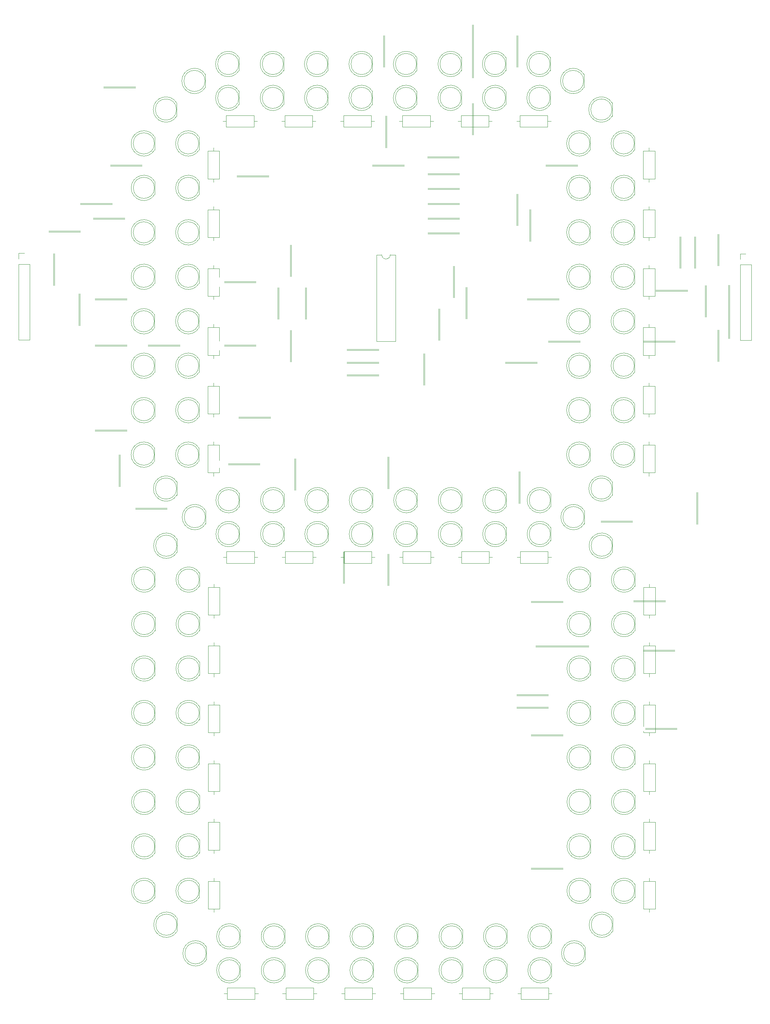
<source format=gto>
%TF.GenerationSoftware,KiCad,Pcbnew,(6.0.6)*%
%TF.CreationDate,2022-09-29T15:29:04+08:00*%
%TF.ProjectId,7SegmentDisplay_DualLine_8Inches,37536567-6d65-46e7-9444-6973706c6179,rev?*%
%TF.SameCoordinates,Original*%
%TF.FileFunction,Legend,Top*%
%TF.FilePolarity,Positive*%
%FSLAX46Y46*%
G04 Gerber Fmt 4.6, Leading zero omitted, Abs format (unit mm)*
G04 Created by KiCad (PCBNEW (6.0.6)) date 2022-09-29 15:29:04*
%MOMM*%
%LPD*%
G01*
G04 APERTURE LIST*
%ADD10C,0.150000*%
%ADD11C,0.120000*%
%ADD12C,0.900000*%
%ADD13C,8.000000*%
%ADD14R,1.800000X1.800000*%
%ADD15C,1.800000*%
%ADD16C,2.200000*%
%ADD17O,2.200000X2.200000*%
%ADD18C,1.600000*%
%ADD19O,1.600000X1.600000*%
%ADD20R,1.700000X1.700000*%
%ADD21O,1.700000X1.700000*%
%ADD22R,2.400000X1.600000*%
%ADD23O,2.400000X1.600000*%
G04 APERTURE END LIST*
D10*
%TO.C,*%
D11*
%TO.C,REF\u002A\u002A*%
X527805000Y-163795000D02*
X527805000Y-160705000D01*
X527805000Y-160705170D02*
G75*
G03*
X522255000Y-162250462I-2560000J-1544830D01*
G01*
X522255000Y-162249538D02*
G75*
G03*
X527805000Y-163794830I2990000J-462D01*
G01*
X527745000Y-162250000D02*
G75*
G03*
X527745000Y-162250000I-2500000J0D01*
G01*
X465845000Y-142545000D02*
X465845000Y-139455000D01*
X465845000Y-139455170D02*
G75*
G03*
X460295000Y-141000462I-2560000J-1544830D01*
G01*
X460295000Y-140999538D02*
G75*
G03*
X465845000Y-142544830I2990000J-462D01*
G01*
X465785000Y-141000000D02*
G75*
G03*
X465785000Y-141000000I-2500000J0D01*
G01*
X527775000Y-226795000D02*
X527775000Y-223705000D01*
X527775000Y-223705170D02*
G75*
G03*
X522225000Y-225250462I-2560000J-1544830D01*
G01*
X522225000Y-225249538D02*
G75*
G03*
X527775000Y-226794830I2990000J-462D01*
G01*
X527715000Y-225250000D02*
G75*
G03*
X527715000Y-225250000I-2500000J0D01*
G01*
X424895000Y-174295000D02*
X424895000Y-171205000D01*
X424895000Y-171205170D02*
G75*
G03*
X419345000Y-172750462I-2560000J-1544830D01*
G01*
X419345000Y-172749538D02*
G75*
G03*
X424895000Y-174294830I2990000J-462D01*
G01*
X424835000Y-172750000D02*
G75*
G03*
X424835000Y-172750000I-2500000J0D01*
G01*
X436870000Y-138545000D02*
X436870000Y-135455000D01*
X436870000Y-135455170D02*
G75*
G03*
X431320000Y-137000462I-2560000J-1544830D01*
G01*
X431320000Y-136999538D02*
G75*
G03*
X436870000Y-138544830I2990000J-462D01*
G01*
X436810000Y-137000000D02*
G75*
G03*
X436810000Y-137000000I-2500000J0D01*
G01*
X512833500Y-85373000D02*
X520326500Y-85373000D01*
X512833500Y-85627000D02*
X520326500Y-85627000D01*
X455385000Y-134545000D02*
X455385000Y-131455000D01*
X455385000Y-131455170D02*
G75*
G03*
X449835000Y-133000462I-2560000J-1544830D01*
G01*
X449835000Y-132999538D02*
G75*
G03*
X455385000Y-134544830I2990000J-462D01*
G01*
X455325000Y-133000000D02*
G75*
G03*
X455325000Y-133000000I-2500000J0D01*
G01*
X489333500Y-69873000D02*
X496826500Y-69873000D01*
X489333500Y-70127000D02*
X496826500Y-70127000D01*
X540253500Y-168373000D02*
X547746500Y-168373000D01*
X540253500Y-168627000D02*
X547746500Y-168627000D01*
X543015000Y-84850000D02*
X543015000Y-78310000D01*
X541645000Y-77540000D02*
X541645000Y-78310000D01*
X540275000Y-78310000D02*
X540275000Y-84850000D01*
X543015000Y-78310000D02*
X540275000Y-78310000D01*
X541645000Y-85620000D02*
X541645000Y-84850000D01*
X540275000Y-84850000D02*
X543015000Y-84850000D01*
X526345000Y-138545000D02*
X526345000Y-135455000D01*
X526345000Y-135455170D02*
G75*
G03*
X520795000Y-137000462I-2560000J-1544830D01*
G01*
X520795000Y-136999538D02*
G75*
G03*
X526345000Y-138544830I2990000J-462D01*
G01*
X526285000Y-137000000D02*
G75*
G03*
X526285000Y-137000000I-2500000J0D01*
G01*
X490020000Y-145130000D02*
X483480000Y-145130000D01*
X482710000Y-146500000D02*
X483480000Y-146500000D01*
X483480000Y-147870000D02*
X490020000Y-147870000D01*
X483480000Y-145130000D02*
X483480000Y-147870000D01*
X490790000Y-146500000D02*
X490020000Y-146500000D01*
X490020000Y-147870000D02*
X490020000Y-145130000D01*
X476020000Y-42130000D02*
X469480000Y-42130000D01*
X468710000Y-43500000D02*
X469480000Y-43500000D01*
X469480000Y-44870000D02*
X476020000Y-44870000D01*
X469480000Y-42130000D02*
X469480000Y-44870000D01*
X476790000Y-43500000D02*
X476020000Y-43500000D01*
X476020000Y-44870000D02*
X476020000Y-42130000D01*
X497547500Y-237552500D02*
X497547500Y-234462500D01*
X497547500Y-234462670D02*
G75*
G03*
X491997500Y-236007962I-2560000J-1544830D01*
G01*
X491997500Y-236007038D02*
G75*
G03*
X497547500Y-237552330I2990000J-462D01*
G01*
X497487500Y-236007500D02*
G75*
G03*
X497487500Y-236007500I-2500000J0D01*
G01*
X543095000Y-187850000D02*
X543095000Y-181310000D01*
X541725000Y-180540000D02*
X541725000Y-181310000D01*
X540355000Y-181310000D02*
X540355000Y-187850000D01*
X543095000Y-181310000D02*
X540355000Y-181310000D01*
X541725000Y-188620000D02*
X541725000Y-187850000D01*
X540355000Y-187850000D02*
X543095000Y-187850000D01*
X448512500Y-248137500D02*
X441972500Y-248137500D01*
X441202500Y-249507500D02*
X441972500Y-249507500D01*
X441972500Y-250877500D02*
X448512500Y-250877500D01*
X441972500Y-248137500D02*
X441972500Y-250877500D01*
X449282500Y-249507500D02*
X448512500Y-249507500D01*
X448512500Y-250877500D02*
X448512500Y-248137500D01*
X440120000Y-57100000D02*
X440120000Y-50560000D01*
X438750000Y-49790000D02*
X438750000Y-50560000D01*
X437380000Y-50560000D02*
X437380000Y-57100000D01*
X440120000Y-50560000D02*
X437380000Y-50560000D01*
X438750000Y-57870000D02*
X438750000Y-57100000D01*
X437380000Y-57100000D02*
X440120000Y-57100000D01*
X424815000Y-102795000D02*
X424815000Y-99705000D01*
X424815000Y-99705170D02*
G75*
G03*
X419265000Y-101250462I-2560000J-1544830D01*
G01*
X419265000Y-101249538D02*
G75*
G03*
X424815000Y-102794830I2990000J-462D01*
G01*
X424755000Y-101250000D02*
G75*
G03*
X424755000Y-101250000I-2500000J0D01*
G01*
X435395000Y-153295000D02*
X435395000Y-150205000D01*
X435395000Y-150205170D02*
G75*
G03*
X429845000Y-151750462I-2560000J-1544830D01*
G01*
X429845000Y-151749538D02*
G75*
G03*
X435395000Y-153294830I2990000J-462D01*
G01*
X435335000Y-151750000D02*
G75*
G03*
X435335000Y-151750000I-2500000J0D01*
G01*
X420253500Y-134873000D02*
X427746500Y-134873000D01*
X420253500Y-135127000D02*
X427746500Y-135127000D01*
X440200000Y-173930000D02*
X440200000Y-167390000D01*
X438830000Y-166620000D02*
X438830000Y-167390000D01*
X437460000Y-167390000D02*
X437460000Y-173930000D01*
X440200000Y-167390000D02*
X437460000Y-167390000D01*
X438830000Y-174700000D02*
X438830000Y-173930000D01*
X437460000Y-173930000D02*
X440200000Y-173930000D01*
X517690000Y-42130000D02*
X511150000Y-42130000D01*
X510380000Y-43500000D02*
X511150000Y-43500000D01*
X511150000Y-44870000D02*
X517690000Y-44870000D01*
X511150000Y-42130000D02*
X511150000Y-44870000D01*
X518460000Y-43500000D02*
X517690000Y-43500000D01*
X517690000Y-44870000D02*
X517690000Y-42130000D01*
X514833500Y-167373000D02*
X527406500Y-167373000D01*
X514833500Y-167627000D02*
X527406500Y-167627000D01*
X410253500Y-66373000D02*
X417746500Y-66373000D01*
X410253500Y-66627000D02*
X417746500Y-66627000D01*
X462180000Y-145130000D02*
X455640000Y-145130000D01*
X454870000Y-146500000D02*
X455640000Y-146500000D01*
X455640000Y-147870000D02*
X462180000Y-147870000D01*
X455640000Y-145130000D02*
X455640000Y-147870000D01*
X462950000Y-146500000D02*
X462180000Y-146500000D01*
X462180000Y-147870000D02*
X462180000Y-145130000D01*
X486845000Y-134545000D02*
X486845000Y-131455000D01*
X486845000Y-131455170D02*
G75*
G03*
X481295000Y-133000462I-2560000J-1544830D01*
G01*
X481295000Y-132999538D02*
G75*
G03*
X486845000Y-134544830I2990000J-462D01*
G01*
X486785000Y-133000000D02*
G75*
G03*
X486785000Y-133000000I-2500000J0D01*
G01*
X424815000Y-81795000D02*
X424815000Y-78705000D01*
X424815000Y-78705170D02*
G75*
G03*
X419265000Y-80250462I-2560000J-1544830D01*
G01*
X419265000Y-80249538D02*
G75*
G03*
X424815000Y-81794830I2990000J-462D01*
G01*
X424755000Y-80250000D02*
G75*
G03*
X424755000Y-80250000I-2500000J0D01*
G01*
X424895000Y-205795000D02*
X424895000Y-202705000D01*
X424895000Y-202705170D02*
G75*
G03*
X419345000Y-204250462I-2560000J-1544830D01*
G01*
X419345000Y-204249538D02*
G75*
G03*
X424895000Y-205794830I2990000J-462D01*
G01*
X424835000Y-204250000D02*
G75*
G03*
X424835000Y-204250000I-2500000J0D01*
G01*
X527695000Y-92295000D02*
X527695000Y-89205000D01*
X527695000Y-89205170D02*
G75*
G03*
X522145000Y-90750462I-2560000J-1544830D01*
G01*
X522145000Y-90749538D02*
G75*
G03*
X527695000Y-92294830I2990000J-462D01*
G01*
X527635000Y-90750000D02*
G75*
G03*
X527635000Y-90750000I-2500000J0D01*
G01*
X455305000Y-31545000D02*
X455305000Y-28455000D01*
X455305000Y-28455170D02*
G75*
G03*
X449755000Y-30000462I-2560000J-1544830D01*
G01*
X449755000Y-29999538D02*
G75*
G03*
X455305000Y-31544830I2990000J-462D01*
G01*
X455245000Y-30000000D02*
G75*
G03*
X455245000Y-30000000I-2500000J0D01*
G01*
X440120000Y-126520000D02*
X440120000Y-119980000D01*
X438750000Y-119210000D02*
X438750000Y-119980000D01*
X437380000Y-119980000D02*
X437380000Y-126520000D01*
X440120000Y-119980000D02*
X437380000Y-119980000D01*
X438750000Y-127290000D02*
X438750000Y-126520000D01*
X437380000Y-126520000D02*
X440120000Y-126520000D01*
X543095000Y-201770000D02*
X543095000Y-195230000D01*
X541725000Y-194460000D02*
X541725000Y-195230000D01*
X540355000Y-195230000D02*
X540355000Y-201770000D01*
X543095000Y-195230000D02*
X540355000Y-195230000D01*
X541725000Y-202540000D02*
X541725000Y-201770000D01*
X540355000Y-201770000D02*
X543095000Y-201770000D01*
X392670000Y-77270000D02*
X395330000Y-77270000D01*
X392670000Y-77270000D02*
X392670000Y-95110000D01*
X392670000Y-95110000D02*
X395330000Y-95110000D01*
X392670000Y-76000000D02*
X392670000Y-74670000D01*
X395330000Y-77270000D02*
X395330000Y-95110000D01*
X392670000Y-74670000D02*
X394000000Y-74670000D01*
X435395000Y-205795000D02*
X435395000Y-202705000D01*
X435395000Y-202705170D02*
G75*
G03*
X429845000Y-204250462I-2560000J-1544830D01*
G01*
X429845000Y-204249538D02*
G75*
G03*
X435395000Y-205794830I2990000J-462D01*
G01*
X435335000Y-204250000D02*
G75*
G03*
X435335000Y-204250000I-2500000J0D01*
G01*
X508047500Y-237552500D02*
X508047500Y-234462500D01*
X508047500Y-234462670D02*
G75*
G03*
X502497500Y-236007962I-2560000J-1544830D01*
G01*
X502497500Y-236007038D02*
G75*
G03*
X508047500Y-237552330I2990000J-462D01*
G01*
X507987500Y-236007500D02*
G75*
G03*
X507987500Y-236007500I-2500000J0D01*
G01*
X510373000Y-68166500D02*
X510373000Y-60673500D01*
X510627000Y-68166500D02*
X510627000Y-60673500D01*
X435380000Y-195295000D02*
X435380000Y-192205000D01*
X435380000Y-192205170D02*
G75*
G03*
X429830000Y-193750462I-2560000J-1544830D01*
G01*
X429830000Y-193749538D02*
G75*
G03*
X435380000Y-195294830I2990000J-462D01*
G01*
X435320000Y-193750000D02*
G75*
G03*
X435320000Y-193750000I-2500000J0D01*
G01*
X445007500Y-237552500D02*
X445007500Y-234462500D01*
X445007500Y-234462670D02*
G75*
G03*
X439457500Y-236007962I-2560000J-1544830D01*
G01*
X439457500Y-236007038D02*
G75*
G03*
X445007500Y-237552330I2990000J-462D01*
G01*
X444947500Y-236007500D02*
G75*
G03*
X444947500Y-236007500I-2500000J0D01*
G01*
X538275000Y-226795000D02*
X538275000Y-223705000D01*
X538275000Y-223705170D02*
G75*
G03*
X532725000Y-225250462I-2560000J-1544830D01*
G01*
X532725000Y-225249538D02*
G75*
G03*
X538275000Y-226794830I2990000J-462D01*
G01*
X538215000Y-225250000D02*
G75*
G03*
X538215000Y-225250000I-2500000J0D01*
G01*
X410753500Y-116373000D02*
X418246500Y-116373000D01*
X410753500Y-116627000D02*
X418246500Y-116627000D01*
X510873000Y-133746500D02*
X510873000Y-126253500D01*
X511127000Y-133746500D02*
X511127000Y-126253500D01*
X452166500Y-113627000D02*
X444673500Y-113627000D01*
X452166500Y-113373000D02*
X444673500Y-113373000D01*
X552373000Y-78246500D02*
X552373000Y-70753500D01*
X552627000Y-78246500D02*
X552627000Y-70753500D01*
X424800000Y-92295000D02*
X424800000Y-89205000D01*
X424800000Y-89205170D02*
G75*
G03*
X419250000Y-90750462I-2560000J-1544830D01*
G01*
X419250000Y-90749538D02*
G75*
G03*
X424800000Y-92294830I2990000J-462D01*
G01*
X424740000Y-90750000D02*
G75*
G03*
X424740000Y-90750000I-2500000J0D01*
G01*
X538210000Y-102795000D02*
X538210000Y-99705000D01*
X538210000Y-99705170D02*
G75*
G03*
X532660000Y-101250462I-2560000J-1544830D01*
G01*
X532660000Y-101249538D02*
G75*
G03*
X538210000Y-102794830I2990000J-462D01*
G01*
X538150000Y-101250000D02*
G75*
G03*
X538150000Y-101250000I-2500000J0D01*
G01*
X476345000Y-142545000D02*
X476345000Y-139455000D01*
X476345000Y-139455170D02*
G75*
G03*
X470795000Y-141000462I-2560000J-1544830D01*
G01*
X470795000Y-140999538D02*
G75*
G03*
X476345000Y-142544830I2990000J-462D01*
G01*
X476285000Y-141000000D02*
G75*
G03*
X476285000Y-141000000I-2500000J0D01*
G01*
X430065000Y-131795000D02*
X430065000Y-128705000D01*
X430065000Y-128705170D02*
G75*
G03*
X424515000Y-130250462I-2560000J-1544830D01*
G01*
X424515000Y-130249538D02*
G75*
G03*
X430065000Y-131794830I2990000J-462D01*
G01*
X430005000Y-130250000D02*
G75*
G03*
X430005000Y-130250000I-2500000J0D01*
G01*
X527775000Y-195295000D02*
X527775000Y-192205000D01*
X527775000Y-192205170D02*
G75*
G03*
X522225000Y-193750462I-2560000J-1544830D01*
G01*
X522225000Y-193749538D02*
G75*
G03*
X527775000Y-195294830I2990000J-462D01*
G01*
X527715000Y-193750000D02*
G75*
G03*
X527715000Y-193750000I-2500000J0D01*
G01*
X457127000Y-72673500D02*
X457127000Y-80166500D01*
X456873000Y-72673500D02*
X456873000Y-80166500D01*
X527790000Y-184795000D02*
X527790000Y-181705000D01*
X527790000Y-181705170D02*
G75*
G03*
X522240000Y-183250462I-2560000J-1544830D01*
G01*
X522240000Y-183249538D02*
G75*
G03*
X527790000Y-184794830I2990000J-462D01*
G01*
X527730000Y-183250000D02*
G75*
G03*
X527730000Y-183250000I-2500000J0D01*
G01*
X466007500Y-237552500D02*
X466007500Y-234462500D01*
X466007500Y-234462670D02*
G75*
G03*
X460457500Y-236007962I-2560000J-1544830D01*
G01*
X460457500Y-236007038D02*
G75*
G03*
X466007500Y-237552330I2990000J-462D01*
G01*
X465947500Y-236007500D02*
G75*
G03*
X465947500Y-236007500I-2500000J0D01*
G01*
X416373000Y-129746500D02*
X416373000Y-122253500D01*
X416627000Y-129746500D02*
X416627000Y-122253500D01*
X554873000Y-89746500D02*
X554873000Y-82253500D01*
X555127000Y-89746500D02*
X555127000Y-82253500D01*
X420246500Y-35627000D02*
X412753500Y-35627000D01*
X420246500Y-35373000D02*
X412753500Y-35373000D01*
X435300000Y-92295000D02*
X435300000Y-89205000D01*
X435300000Y-89205170D02*
G75*
G03*
X429750000Y-90750462I-2560000J-1544830D01*
G01*
X429750000Y-90749538D02*
G75*
G03*
X435300000Y-92294830I2990000J-462D01*
G01*
X435240000Y-90750000D02*
G75*
G03*
X435240000Y-90750000I-2500000J0D01*
G01*
X496826500Y-56127000D02*
X489333500Y-56127000D01*
X496826500Y-55873000D02*
X489333500Y-55873000D01*
X435395000Y-174295000D02*
X435395000Y-171205000D01*
X435395000Y-171205170D02*
G75*
G03*
X429845000Y-172750462I-2560000J-1544830D01*
G01*
X429845000Y-172749538D02*
G75*
G03*
X435395000Y-174294830I2990000J-462D01*
G01*
X435335000Y-172750000D02*
G75*
G03*
X435335000Y-172750000I-2500000J0D01*
G01*
X527710000Y-113295000D02*
X527710000Y-110205000D01*
X527710000Y-110205170D02*
G75*
G03*
X522160000Y-111750462I-2560000J-1544830D01*
G01*
X522160000Y-111749538D02*
G75*
G03*
X527710000Y-113294830I2990000J-462D01*
G01*
X527650000Y-111750000D02*
G75*
G03*
X527650000Y-111750000I-2500000J0D01*
G01*
X424815000Y-50295000D02*
X424815000Y-47205000D01*
X424815000Y-47205170D02*
G75*
G03*
X419265000Y-48750462I-2560000J-1544830D01*
G01*
X419265000Y-48749538D02*
G75*
G03*
X424815000Y-50294830I2990000J-462D01*
G01*
X424755000Y-48750000D02*
G75*
G03*
X424755000Y-48750000I-2500000J0D01*
G01*
X489333500Y-66373000D02*
X496826500Y-66373000D01*
X489333500Y-66627000D02*
X496826500Y-66627000D01*
X424815000Y-71295000D02*
X424815000Y-68205000D01*
X424815000Y-68205170D02*
G75*
G03*
X419265000Y-69750462I-2560000J-1544830D01*
G01*
X419265000Y-69749538D02*
G75*
G03*
X424815000Y-71294830I2990000J-462D01*
G01*
X424755000Y-69750000D02*
G75*
G03*
X424755000Y-69750000I-2500000J0D01*
G01*
X440200000Y-187850000D02*
X440200000Y-181310000D01*
X438830000Y-180540000D02*
X438830000Y-181310000D01*
X437460000Y-181310000D02*
X437460000Y-187850000D01*
X440200000Y-181310000D02*
X437460000Y-181310000D01*
X438830000Y-188620000D02*
X438830000Y-187850000D01*
X437460000Y-187850000D02*
X440200000Y-187850000D01*
X454127000Y-82753500D02*
X454127000Y-90246500D01*
X453873000Y-82753500D02*
X453873000Y-90246500D01*
X430040000Y-42295000D02*
X430040000Y-39205000D01*
X430040000Y-39205170D02*
G75*
G03*
X424490000Y-40750462I-2560000J-1544830D01*
G01*
X424490000Y-40749538D02*
G75*
G03*
X430040000Y-42294830I2990000J-462D01*
G01*
X429980000Y-40750000D02*
G75*
G03*
X429980000Y-40750000I-2500000J0D01*
G01*
X448270000Y-42130000D02*
X441730000Y-42130000D01*
X440960000Y-43500000D02*
X441730000Y-43500000D01*
X441730000Y-44870000D02*
X448270000Y-44870000D01*
X441730000Y-42130000D02*
X441730000Y-44870000D01*
X449040000Y-43500000D02*
X448270000Y-43500000D01*
X448270000Y-44870000D02*
X448270000Y-42130000D01*
X538225000Y-60795000D02*
X538225000Y-57705000D01*
X538225000Y-57705170D02*
G75*
G03*
X532675000Y-59250462I-2560000J-1544830D01*
G01*
X532675000Y-59249538D02*
G75*
G03*
X538225000Y-60794830I2990000J-462D01*
G01*
X538165000Y-59250000D02*
G75*
G03*
X538165000Y-59250000I-2500000J0D01*
G01*
X470253500Y-103373000D02*
X477746500Y-103373000D01*
X470253500Y-103627000D02*
X477746500Y-103627000D01*
X543015000Y-70930000D02*
X543015000Y-64390000D01*
X541645000Y-63620000D02*
X541645000Y-64390000D01*
X540275000Y-64390000D02*
X540275000Y-70930000D01*
X543015000Y-64390000D02*
X540275000Y-64390000D01*
X541645000Y-71700000D02*
X541645000Y-70930000D01*
X540275000Y-70930000D02*
X543015000Y-70930000D01*
X510373000Y-30746500D02*
X510373000Y-23253500D01*
X510627000Y-30746500D02*
X510627000Y-23253500D01*
X479873000Y-153166500D02*
X479873000Y-145673500D01*
X480127000Y-153166500D02*
X480127000Y-145673500D01*
X444845000Y-142545000D02*
X444845000Y-139455000D01*
X444845000Y-139455170D02*
G75*
G03*
X439295000Y-141000462I-2560000J-1544830D01*
G01*
X439295000Y-140999538D02*
G75*
G03*
X444845000Y-142544830I2990000J-462D01*
G01*
X444785000Y-141000000D02*
G75*
G03*
X444785000Y-141000000I-2500000J0D01*
G01*
X497305000Y-39545000D02*
X497305000Y-36455000D01*
X497305000Y-36455170D02*
G75*
G03*
X491755000Y-38000462I-2560000J-1544830D01*
G01*
X491755000Y-37999538D02*
G75*
G03*
X497305000Y-39544830I2990000J-462D01*
G01*
X497245000Y-38000000D02*
G75*
G03*
X497245000Y-38000000I-2500000J0D01*
G01*
X532960000Y-131795000D02*
X532960000Y-128705000D01*
X532960000Y-128705170D02*
G75*
G03*
X527410000Y-130250462I-2560000J-1544830D01*
G01*
X527410000Y-130249538D02*
G75*
G03*
X532960000Y-131794830I2990000J-462D01*
G01*
X532900000Y-130250000D02*
G75*
G03*
X532900000Y-130250000I-2500000J0D01*
G01*
X440120000Y-98770000D02*
X440120000Y-92230000D01*
X438750000Y-91460000D02*
X438750000Y-92230000D01*
X437380000Y-92230000D02*
X437380000Y-98770000D01*
X440120000Y-92230000D02*
X437380000Y-92230000D01*
X438750000Y-99540000D02*
X438750000Y-98770000D01*
X437380000Y-98770000D02*
X440120000Y-98770000D01*
X518385000Y-134545000D02*
X518385000Y-131455000D01*
X518385000Y-131455170D02*
G75*
G03*
X512835000Y-133000462I-2560000J-1544830D01*
G01*
X512835000Y-132999538D02*
G75*
G03*
X518385000Y-134544830I2990000J-462D01*
G01*
X518325000Y-133000000D02*
G75*
G03*
X518325000Y-133000000I-2500000J0D01*
G01*
X444845000Y-134545000D02*
X444845000Y-131455000D01*
X444845000Y-131455170D02*
G75*
G03*
X439295000Y-133000462I-2560000J-1544830D01*
G01*
X439295000Y-132999538D02*
G75*
G03*
X444845000Y-134544830I2990000J-462D01*
G01*
X444785000Y-133000000D02*
G75*
G03*
X444785000Y-133000000I-2500000J0D01*
G01*
X476262500Y-248137500D02*
X469722500Y-248137500D01*
X468952500Y-249507500D02*
X469722500Y-249507500D01*
X469722500Y-250877500D02*
X476262500Y-250877500D01*
X469722500Y-248137500D02*
X469722500Y-250877500D01*
X477032500Y-249507500D02*
X476262500Y-249507500D01*
X476262500Y-250877500D02*
X476262500Y-248137500D01*
X527790000Y-205795000D02*
X527790000Y-202705000D01*
X527790000Y-202705170D02*
G75*
G03*
X522240000Y-204250462I-2560000J-1544830D01*
G01*
X522240000Y-204249538D02*
G75*
G03*
X527790000Y-205794830I2990000J-462D01*
G01*
X527730000Y-204250000D02*
G75*
G03*
X527730000Y-204250000I-2500000J0D01*
G01*
X435315000Y-113295000D02*
X435315000Y-110205000D01*
X435315000Y-110205170D02*
G75*
G03*
X429765000Y-111750462I-2560000J-1544830D01*
G01*
X429765000Y-111749538D02*
G75*
G03*
X435315000Y-113294830I2990000J-462D01*
G01*
X435255000Y-111750000D02*
G75*
G03*
X435255000Y-111750000I-2500000J0D01*
G01*
X435380000Y-226795000D02*
X435380000Y-223705000D01*
X435380000Y-223705170D02*
G75*
G03*
X429830000Y-225250462I-2560000J-1544830D01*
G01*
X429830000Y-225249538D02*
G75*
G03*
X435380000Y-226794830I2990000J-462D01*
G01*
X435320000Y-225250000D02*
G75*
G03*
X435320000Y-225250000I-2500000J0D01*
G01*
X476507500Y-245552500D02*
X476507500Y-242462500D01*
X476507500Y-242462670D02*
G75*
G03*
X470957500Y-244007962I-2560000J-1544830D01*
G01*
X470957500Y-244007038D02*
G75*
G03*
X476507500Y-245552330I2990000J-462D01*
G01*
X476447500Y-244007500D02*
G75*
G03*
X476447500Y-244007500I-2500000J0D01*
G01*
X538290000Y-184795000D02*
X538290000Y-181705000D01*
X538290000Y-181705170D02*
G75*
G03*
X532740000Y-183250462I-2560000J-1544830D01*
G01*
X532740000Y-183249538D02*
G75*
G03*
X538290000Y-184794830I2990000J-462D01*
G01*
X538230000Y-183250000D02*
G75*
G03*
X538230000Y-183250000I-2500000J0D01*
G01*
X424800000Y-123795000D02*
X424800000Y-120705000D01*
X424800000Y-120705170D02*
G75*
G03*
X419250000Y-122250462I-2560000J-1544830D01*
G01*
X419250000Y-122249538D02*
G75*
G03*
X424800000Y-123794830I2990000J-462D01*
G01*
X424740000Y-122250000D02*
G75*
G03*
X424740000Y-122250000I-2500000J0D01*
G01*
X527710000Y-81795000D02*
X527710000Y-78705000D01*
X527710000Y-78705170D02*
G75*
G03*
X522160000Y-80250462I-2560000J-1544830D01*
G01*
X522160000Y-80249538D02*
G75*
G03*
X527710000Y-81794830I2990000J-462D01*
G01*
X527650000Y-80250000D02*
G75*
G03*
X527650000Y-80250000I-2500000J0D01*
G01*
X552873000Y-138666500D02*
X552873000Y-131173500D01*
X553127000Y-138666500D02*
X553127000Y-131173500D01*
X435395000Y-216295000D02*
X435395000Y-213205000D01*
X435395000Y-213205170D02*
G75*
G03*
X429845000Y-214750462I-2560000J-1544830D01*
G01*
X429845000Y-214749538D02*
G75*
G03*
X435395000Y-216294830I2990000J-462D01*
G01*
X435335000Y-214750000D02*
G75*
G03*
X435335000Y-214750000I-2500000J0D01*
G01*
X457873000Y-130666500D02*
X457873000Y-123173500D01*
X458127000Y-130666500D02*
X458127000Y-123173500D01*
X527710000Y-102795000D02*
X527710000Y-99705000D01*
X527710000Y-99705170D02*
G75*
G03*
X522160000Y-101250462I-2560000J-1544830D01*
G01*
X522160000Y-101249538D02*
G75*
G03*
X527710000Y-102794830I2990000J-462D01*
G01*
X527650000Y-101250000D02*
G75*
G03*
X527650000Y-101250000I-2500000J0D01*
G01*
X492127000Y-87753500D02*
X492127000Y-95246500D01*
X491873000Y-87753500D02*
X491873000Y-95246500D01*
X424830000Y-60795000D02*
X424830000Y-57705000D01*
X424830000Y-57705170D02*
G75*
G03*
X419280000Y-59250462I-2560000J-1544830D01*
G01*
X419280000Y-59249538D02*
G75*
G03*
X424830000Y-60794830I2990000J-462D01*
G01*
X424770000Y-59250000D02*
G75*
G03*
X424770000Y-59250000I-2500000J0D01*
G01*
X476507500Y-237552500D02*
X476507500Y-234462500D01*
X476507500Y-234462670D02*
G75*
G03*
X470957500Y-236007962I-2560000J-1544830D01*
G01*
X470957500Y-236007038D02*
G75*
G03*
X476507500Y-237552330I2990000J-462D01*
G01*
X476447500Y-236007500D02*
G75*
G03*
X476447500Y-236007500I-2500000J0D01*
G01*
X527790000Y-216295000D02*
X527790000Y-213205000D01*
X527790000Y-213205170D02*
G75*
G03*
X522240000Y-214750462I-2560000J-1544830D01*
G01*
X522240000Y-214749538D02*
G75*
G03*
X527790000Y-216294830I2990000J-462D01*
G01*
X527730000Y-214750000D02*
G75*
G03*
X527730000Y-214750000I-2500000J0D01*
G01*
X460373000Y-90246500D02*
X460373000Y-82753500D01*
X460627000Y-90246500D02*
X460627000Y-82753500D01*
X435300000Y-123795000D02*
X435300000Y-120705000D01*
X435300000Y-120705170D02*
G75*
G03*
X429750000Y-122250462I-2560000J-1544830D01*
G01*
X429750000Y-122249538D02*
G75*
G03*
X435300000Y-123794830I2990000J-462D01*
G01*
X435240000Y-122250000D02*
G75*
G03*
X435240000Y-122250000I-2500000J0D01*
G01*
X440120000Y-112600000D02*
X440120000Y-106060000D01*
X438750000Y-105290000D02*
X438750000Y-106060000D01*
X437380000Y-106060000D02*
X437380000Y-112600000D01*
X440120000Y-106060000D02*
X437380000Y-106060000D01*
X438750000Y-113370000D02*
X438750000Y-112600000D01*
X437380000Y-112600000D02*
X440120000Y-112600000D01*
X503850000Y-145130000D02*
X497310000Y-145130000D01*
X496540000Y-146500000D02*
X497310000Y-146500000D01*
X497310000Y-147870000D02*
X503850000Y-147870000D01*
X497310000Y-145130000D02*
X497310000Y-147870000D01*
X504620000Y-146500000D02*
X503850000Y-146500000D01*
X503850000Y-147870000D02*
X503850000Y-145130000D01*
X513753500Y-219873000D02*
X521246500Y-219873000D01*
X513753500Y-220127000D02*
X521246500Y-220127000D01*
X430145000Y-234795000D02*
X430145000Y-231705000D01*
X430145000Y-231705170D02*
G75*
G03*
X424595000Y-233250462I-2560000J-1544830D01*
G01*
X424595000Y-233249538D02*
G75*
G03*
X430145000Y-234794830I2990000J-462D01*
G01*
X430085000Y-233250000D02*
G75*
G03*
X430085000Y-233250000I-2500000J0D01*
G01*
X445007500Y-245552500D02*
X445007500Y-242462500D01*
X445007500Y-242462670D02*
G75*
G03*
X439457500Y-244007962I-2560000J-1544830D01*
G01*
X439457500Y-244007038D02*
G75*
G03*
X445007500Y-245552330I2990000J-462D01*
G01*
X444947500Y-244007500D02*
G75*
G03*
X444947500Y-244007500I-2500000J0D01*
G01*
X424880000Y-195295000D02*
X424880000Y-192205000D01*
X424880000Y-192205170D02*
G75*
G03*
X419330000Y-193750462I-2560000J-1544830D01*
G01*
X419330000Y-193749538D02*
G75*
G03*
X424880000Y-195294830I2990000J-462D01*
G01*
X424820000Y-193750000D02*
G75*
G03*
X424820000Y-193750000I-2500000J0D01*
G01*
X563170000Y-77395000D02*
X565830000Y-77395000D01*
X563170000Y-77395000D02*
X563170000Y-95235000D01*
X563170000Y-95235000D02*
X565830000Y-95235000D01*
X563170000Y-76125000D02*
X563170000Y-74795000D01*
X565830000Y-77395000D02*
X565830000Y-95235000D01*
X563170000Y-74795000D02*
X564500000Y-74795000D01*
X489333500Y-62873000D02*
X496826500Y-62873000D01*
X489333500Y-63127000D02*
X496826500Y-63127000D01*
X489940000Y-42130000D02*
X483400000Y-42130000D01*
X482630000Y-43500000D02*
X483400000Y-43500000D01*
X483400000Y-44870000D02*
X489940000Y-44870000D01*
X483400000Y-42130000D02*
X483400000Y-44870000D01*
X490710000Y-43500000D02*
X489940000Y-43500000D01*
X489940000Y-44870000D02*
X489940000Y-42130000D01*
X557873000Y-100246500D02*
X557873000Y-92753500D01*
X558127000Y-100246500D02*
X558127000Y-92753500D01*
X400873000Y-82246500D02*
X400873000Y-74753500D01*
X401127000Y-82246500D02*
X401127000Y-74753500D01*
X424895000Y-153295000D02*
X424895000Y-150205000D01*
X424895000Y-150205170D02*
G75*
G03*
X419345000Y-151750462I-2560000J-1544830D01*
G01*
X419345000Y-151749538D02*
G75*
G03*
X424895000Y-153294830I2990000J-462D01*
G01*
X424835000Y-151750000D02*
G75*
G03*
X424835000Y-151750000I-2500000J0D01*
G01*
X469373000Y-152666500D02*
X469373000Y-145173500D01*
X469627000Y-152666500D02*
X469627000Y-145173500D01*
X483746500Y-54127000D02*
X476253500Y-54127000D01*
X483746500Y-53873000D02*
X476253500Y-53873000D01*
X527710000Y-71295000D02*
X527710000Y-68205000D01*
X527710000Y-68205170D02*
G75*
G03*
X522160000Y-69750462I-2560000J-1544830D01*
G01*
X522160000Y-69749538D02*
G75*
G03*
X527710000Y-71294830I2990000J-462D01*
G01*
X527650000Y-69750000D02*
G75*
G03*
X527650000Y-69750000I-2500000J0D01*
G01*
X497385000Y-134545000D02*
X497385000Y-131455000D01*
X497385000Y-131455170D02*
G75*
G03*
X491835000Y-133000462I-2560000J-1544830D01*
G01*
X491835000Y-132999538D02*
G75*
G03*
X497385000Y-134544830I2990000J-462D01*
G01*
X497325000Y-133000000D02*
G75*
G03*
X497325000Y-133000000I-2500000J0D01*
G01*
X424910000Y-163795000D02*
X424910000Y-160705000D01*
X424910000Y-160705170D02*
G75*
G03*
X419360000Y-162250462I-2560000J-1544830D01*
G01*
X419360000Y-162249538D02*
G75*
G03*
X424910000Y-163794830I2990000J-462D01*
G01*
X424850000Y-162250000D02*
G75*
G03*
X424850000Y-162250000I-2500000J0D01*
G01*
X497305000Y-31545000D02*
X497305000Y-28455000D01*
X497305000Y-28455170D02*
G75*
G03*
X491755000Y-30000462I-2560000J-1544830D01*
G01*
X491755000Y-29999538D02*
G75*
G03*
X497305000Y-31544830I2990000J-462D01*
G01*
X497245000Y-30000000D02*
G75*
G03*
X497245000Y-30000000I-2500000J0D01*
G01*
X499873000Y-46746500D02*
X499873000Y-39253500D01*
X500127000Y-46746500D02*
X500127000Y-39253500D01*
X440200000Y-160100000D02*
X440200000Y-153560000D01*
X438830000Y-152790000D02*
X438830000Y-153560000D01*
X437460000Y-153560000D02*
X437460000Y-160100000D01*
X440200000Y-153560000D02*
X437460000Y-153560000D01*
X438830000Y-160870000D02*
X438830000Y-160100000D01*
X437460000Y-160100000D02*
X440200000Y-160100000D01*
X440200000Y-215600000D02*
X440200000Y-209060000D01*
X438830000Y-208290000D02*
X438830000Y-209060000D01*
X437460000Y-209060000D02*
X437460000Y-215600000D01*
X440200000Y-209060000D02*
X437460000Y-209060000D01*
X438830000Y-216370000D02*
X438830000Y-215600000D01*
X437460000Y-215600000D02*
X440200000Y-215600000D01*
X507885000Y-134545000D02*
X507885000Y-131455000D01*
X507885000Y-131455170D02*
G75*
G03*
X502335000Y-133000462I-2560000J-1544830D01*
G01*
X502335000Y-132999538D02*
G75*
G03*
X507885000Y-134544830I2990000J-462D01*
G01*
X507825000Y-133000000D02*
G75*
G03*
X507825000Y-133000000I-2500000J0D01*
G01*
X476345000Y-134545000D02*
X476345000Y-131455000D01*
X476345000Y-131455170D02*
G75*
G03*
X470795000Y-133000462I-2560000J-1544830D01*
G01*
X470795000Y-132999538D02*
G75*
G03*
X476345000Y-134544830I2990000J-462D01*
G01*
X476285000Y-133000000D02*
G75*
G03*
X476285000Y-133000000I-2500000J0D01*
G01*
X543253500Y-83373000D02*
X550746500Y-83373000D01*
X543253500Y-83627000D02*
X550746500Y-83627000D01*
X507885000Y-142545000D02*
X507885000Y-139455000D01*
X507885000Y-139455170D02*
G75*
G03*
X502335000Y-141000462I-2560000J-1544830D01*
G01*
X502335000Y-140999538D02*
G75*
G03*
X507885000Y-142544830I2990000J-462D01*
G01*
X507825000Y-141000000D02*
G75*
G03*
X507825000Y-141000000I-2500000J0D01*
G01*
X548873000Y-78246500D02*
X548873000Y-70753500D01*
X549127000Y-78246500D02*
X549127000Y-70753500D01*
X440200000Y-229520000D02*
X440200000Y-222980000D01*
X438830000Y-222210000D02*
X438830000Y-222980000D01*
X437460000Y-222980000D02*
X437460000Y-229520000D01*
X440200000Y-222980000D02*
X437460000Y-222980000D01*
X438830000Y-230290000D02*
X438830000Y-229520000D01*
X437460000Y-229520000D02*
X440200000Y-229520000D01*
X538210000Y-113295000D02*
X538210000Y-110205000D01*
X538210000Y-110205170D02*
G75*
G03*
X532660000Y-111750462I-2560000J-1544830D01*
G01*
X532660000Y-111749538D02*
G75*
G03*
X538210000Y-113294830I2990000J-462D01*
G01*
X538150000Y-111750000D02*
G75*
G03*
X538150000Y-111750000I-2500000J0D01*
G01*
X440200000Y-201770000D02*
X440200000Y-195230000D01*
X438830000Y-194460000D02*
X438830000Y-195230000D01*
X437460000Y-195230000D02*
X437460000Y-201770000D01*
X440200000Y-195230000D02*
X437460000Y-195230000D01*
X438830000Y-202540000D02*
X438830000Y-201770000D01*
X437460000Y-201770000D02*
X440200000Y-201770000D01*
X518547500Y-237552500D02*
X518547500Y-234462500D01*
X518547500Y-234462670D02*
G75*
G03*
X512997500Y-236007962I-2560000J-1544830D01*
G01*
X512997500Y-236007038D02*
G75*
G03*
X518547500Y-237552330I2990000J-462D01*
G01*
X518487500Y-236007500D02*
G75*
G03*
X518487500Y-236007500I-2500000J0D01*
G01*
X518305000Y-39545000D02*
X518305000Y-36455000D01*
X518305000Y-36455170D02*
G75*
G03*
X512755000Y-38000462I-2560000J-1544830D01*
G01*
X512755000Y-37999538D02*
G75*
G03*
X518305000Y-39544830I2990000J-462D01*
G01*
X518245000Y-38000000D02*
G75*
G03*
X518245000Y-38000000I-2500000J0D01*
G01*
X497547500Y-245552500D02*
X497547500Y-242462500D01*
X497547500Y-242462670D02*
G75*
G03*
X491997500Y-244007962I-2560000J-1544830D01*
G01*
X491997500Y-244007038D02*
G75*
G03*
X497547500Y-245552330I2990000J-462D01*
G01*
X497487500Y-244007500D02*
G75*
G03*
X497487500Y-244007500I-2500000J0D01*
G01*
X444253500Y-56373000D02*
X451746500Y-56373000D01*
X444253500Y-56627000D02*
X451746500Y-56627000D01*
X543015000Y-98770000D02*
X543015000Y-92230000D01*
X541645000Y-91460000D02*
X541645000Y-92230000D01*
X540275000Y-92230000D02*
X540275000Y-98770000D01*
X543015000Y-92230000D02*
X540275000Y-92230000D01*
X541645000Y-99540000D02*
X541645000Y-98770000D01*
X540275000Y-98770000D02*
X543015000Y-98770000D01*
X533015000Y-145295000D02*
X533015000Y-142205000D01*
X533015000Y-142205170D02*
G75*
G03*
X527465000Y-143750462I-2560000J-1544830D01*
G01*
X527465000Y-143749538D02*
G75*
G03*
X533015000Y-145294830I2990000J-462D01*
G01*
X532955000Y-143750000D02*
G75*
G03*
X532955000Y-143750000I-2500000J0D01*
G01*
X462100000Y-42130000D02*
X455560000Y-42130000D01*
X454790000Y-43500000D02*
X455560000Y-43500000D01*
X455560000Y-44870000D02*
X462100000Y-44870000D01*
X455560000Y-42130000D02*
X455560000Y-44870000D01*
X462870000Y-43500000D02*
X462100000Y-43500000D01*
X462100000Y-44870000D02*
X462100000Y-42130000D01*
X399753500Y-69373000D02*
X407246500Y-69373000D01*
X399753500Y-69627000D02*
X407246500Y-69627000D01*
X543095000Y-160100000D02*
X543095000Y-153560000D01*
X541725000Y-152790000D02*
X541725000Y-153560000D01*
X540355000Y-153560000D02*
X540355000Y-160100000D01*
X543095000Y-153560000D02*
X540355000Y-153560000D01*
X541725000Y-160870000D02*
X541725000Y-160100000D01*
X540355000Y-160100000D02*
X543095000Y-160100000D01*
X517833500Y-95373000D02*
X525326500Y-95373000D01*
X517833500Y-95627000D02*
X525326500Y-95627000D01*
X477746500Y-100627000D02*
X470253500Y-100627000D01*
X477746500Y-100373000D02*
X470253500Y-100373000D01*
X424895000Y-216295000D02*
X424895000Y-213205000D01*
X424895000Y-213205170D02*
G75*
G03*
X419345000Y-214750462I-2560000J-1544830D01*
G01*
X419345000Y-214749538D02*
G75*
G03*
X424895000Y-216294830I2990000J-462D01*
G01*
X424835000Y-214750000D02*
G75*
G03*
X424835000Y-214750000I-2500000J0D01*
G01*
X508047500Y-245552500D02*
X508047500Y-242462500D01*
X508047500Y-242462670D02*
G75*
G03*
X502497500Y-244007962I-2560000J-1544830D01*
G01*
X502497500Y-244007038D02*
G75*
G03*
X508047500Y-245552330I2990000J-462D01*
G01*
X507987500Y-244007500D02*
G75*
G03*
X507987500Y-244007500I-2500000J0D01*
G01*
X543095000Y-229520000D02*
X543095000Y-222980000D01*
X541725000Y-222210000D02*
X541725000Y-222980000D01*
X540355000Y-222980000D02*
X540355000Y-229520000D01*
X543095000Y-222980000D02*
X540355000Y-222980000D01*
X541725000Y-230290000D02*
X541725000Y-229520000D01*
X540355000Y-229520000D02*
X543095000Y-229520000D01*
X496746500Y-52127000D02*
X489253500Y-52127000D01*
X496746500Y-51873000D02*
X489253500Y-51873000D01*
X538305000Y-163795000D02*
X538305000Y-160705000D01*
X538305000Y-160705170D02*
G75*
G03*
X532755000Y-162250462I-2560000J-1544830D01*
G01*
X532755000Y-162249538D02*
G75*
G03*
X538305000Y-163794830I2990000J-462D01*
G01*
X538245000Y-162250000D02*
G75*
G03*
X538245000Y-162250000I-2500000J0D01*
G01*
X517770000Y-145130000D02*
X511230000Y-145130000D01*
X510460000Y-146500000D02*
X511230000Y-146500000D01*
X511230000Y-147870000D02*
X517770000Y-147870000D01*
X511230000Y-145130000D02*
X511230000Y-147870000D01*
X518540000Y-146500000D02*
X517770000Y-146500000D01*
X517770000Y-147870000D02*
X517770000Y-145130000D01*
X465765000Y-39545000D02*
X465765000Y-36455000D01*
X465765000Y-36455170D02*
G75*
G03*
X460215000Y-38000462I-2560000J-1544830D01*
G01*
X460215000Y-37999538D02*
G75*
G03*
X465765000Y-39544830I2990000J-462D01*
G01*
X465705000Y-38000000D02*
G75*
G03*
X465705000Y-38000000I-2500000J0D01*
G01*
X455547500Y-237552500D02*
X455547500Y-234462500D01*
X455547500Y-234462670D02*
G75*
G03*
X449997500Y-236007962I-2560000J-1544830D01*
G01*
X449997500Y-236007038D02*
G75*
G03*
X455547500Y-237552330I2990000J-462D01*
G01*
X455487500Y-236007500D02*
G75*
G03*
X455487500Y-236007500I-2500000J0D01*
G01*
X435315000Y-81795000D02*
X435315000Y-78705000D01*
X435315000Y-78705170D02*
G75*
G03*
X429765000Y-80250462I-2560000J-1544830D01*
G01*
X429765000Y-80249538D02*
G75*
G03*
X435315000Y-81794830I2990000J-462D01*
G01*
X435255000Y-80250000D02*
G75*
G03*
X435255000Y-80250000I-2500000J0D01*
G01*
X435315000Y-71295000D02*
X435315000Y-68205000D01*
X435315000Y-68205170D02*
G75*
G03*
X429765000Y-69750462I-2560000J-1544830D01*
G01*
X429765000Y-69749538D02*
G75*
G03*
X435315000Y-71294830I2990000J-462D01*
G01*
X435255000Y-69750000D02*
G75*
G03*
X435255000Y-69750000I-2500000J0D01*
G01*
X442173500Y-124373000D02*
X449666500Y-124373000D01*
X442173500Y-124627000D02*
X449666500Y-124627000D01*
X510333500Y-181873000D02*
X517826500Y-181873000D01*
X510333500Y-182127000D02*
X517826500Y-182127000D01*
X479873000Y-130246500D02*
X479873000Y-122753500D01*
X480127000Y-130246500D02*
X480127000Y-122753500D01*
X530253500Y-137873000D02*
X537746500Y-137873000D01*
X530253500Y-138127000D02*
X537746500Y-138127000D01*
X526507500Y-241552500D02*
X526507500Y-238462500D01*
X526507500Y-238462670D02*
G75*
G03*
X520957500Y-240007962I-2560000J-1544830D01*
G01*
X520957500Y-240007038D02*
G75*
G03*
X526507500Y-241552330I2990000J-462D01*
G01*
X526447500Y-240007500D02*
G75*
G03*
X526447500Y-240007500I-2500000J0D01*
G01*
X477235000Y-75045000D02*
X477235000Y-95485000D01*
X478485000Y-75045000D02*
X477235000Y-75045000D01*
X481735000Y-75045000D02*
X480485000Y-75045000D01*
X481735000Y-95485000D02*
X481735000Y-75045000D01*
X477235000Y-95485000D02*
X481735000Y-95485000D01*
X478485000Y-75045000D02*
G75*
G03*
X480485000Y-75045000I1000000J0D01*
G01*
X462342500Y-248137500D02*
X455802500Y-248137500D01*
X455032500Y-249507500D02*
X455802500Y-249507500D01*
X455802500Y-250877500D02*
X462342500Y-250877500D01*
X455802500Y-248137500D02*
X455802500Y-250877500D01*
X463112500Y-249507500D02*
X462342500Y-249507500D01*
X462342500Y-250877500D02*
X462342500Y-248137500D01*
X507805000Y-31545000D02*
X507805000Y-28455000D01*
X507805000Y-28455170D02*
G75*
G03*
X502255000Y-30000462I-2560000J-1544830D01*
G01*
X502255000Y-29999538D02*
G75*
G03*
X507805000Y-31544830I2990000J-462D01*
G01*
X507745000Y-30000000D02*
G75*
G03*
X507745000Y-30000000I-2500000J0D01*
G01*
X486765000Y-31545000D02*
X486765000Y-28455000D01*
X486765000Y-28455170D02*
G75*
G03*
X481215000Y-30000462I-2560000J-1544830D01*
G01*
X481215000Y-29999538D02*
G75*
G03*
X486765000Y-31544830I2990000J-462D01*
G01*
X486705000Y-30000000D02*
G75*
G03*
X486705000Y-30000000I-2500000J0D01*
G01*
X543015000Y-57100000D02*
X543015000Y-50560000D01*
X541645000Y-49790000D02*
X541645000Y-50560000D01*
X540275000Y-50560000D02*
X540275000Y-57100000D01*
X543015000Y-50560000D02*
X540275000Y-50560000D01*
X541645000Y-57870000D02*
X541645000Y-57100000D01*
X540275000Y-57100000D02*
X543015000Y-57100000D01*
X476265000Y-39545000D02*
X476265000Y-36455000D01*
X476265000Y-36455170D02*
G75*
G03*
X470715000Y-38000462I-2560000J-1544830D01*
G01*
X470715000Y-37999538D02*
G75*
G03*
X476265000Y-39544830I2990000J-462D01*
G01*
X476205000Y-38000000D02*
G75*
G03*
X476205000Y-38000000I-2500000J0D01*
G01*
X465845000Y-134545000D02*
X465845000Y-131455000D01*
X465845000Y-131455170D02*
G75*
G03*
X460295000Y-133000462I-2560000J-1544830D01*
G01*
X460295000Y-132999538D02*
G75*
G03*
X465845000Y-134544830I2990000J-462D01*
G01*
X465785000Y-133000000D02*
G75*
G03*
X465785000Y-133000000I-2500000J0D01*
G01*
X526265000Y-35545000D02*
X526265000Y-32455000D01*
X526265000Y-32455170D02*
G75*
G03*
X520715000Y-34000462I-2560000J-1544830D01*
G01*
X520715000Y-33999538D02*
G75*
G03*
X526265000Y-35544830I2990000J-462D01*
G01*
X526205000Y-34000000D02*
G75*
G03*
X526205000Y-34000000I-2500000J0D01*
G01*
X543015000Y-126520000D02*
X543015000Y-119980000D01*
X541645000Y-119210000D02*
X541645000Y-119980000D01*
X540275000Y-119980000D02*
X540275000Y-126520000D01*
X543015000Y-119980000D02*
X540275000Y-119980000D01*
X541645000Y-127290000D02*
X541645000Y-126520000D01*
X540275000Y-126520000D02*
X543015000Y-126520000D01*
X538210000Y-50295000D02*
X538210000Y-47205000D01*
X538210000Y-47205170D02*
G75*
G03*
X532660000Y-48750462I-2560000J-1544830D01*
G01*
X532660000Y-48749538D02*
G75*
G03*
X538210000Y-50294830I2990000J-462D01*
G01*
X538150000Y-48750000D02*
G75*
G03*
X538150000Y-48750000I-2500000J0D01*
G01*
X527710000Y-50295000D02*
X527710000Y-47205000D01*
X527710000Y-47205170D02*
G75*
G03*
X522160000Y-48750462I-2560000J-1544830D01*
G01*
X522160000Y-48749538D02*
G75*
G03*
X527710000Y-50294830I2990000J-462D01*
G01*
X527650000Y-48750000D02*
G75*
G03*
X527650000Y-48750000I-2500000J0D01*
G01*
X435315000Y-102795000D02*
X435315000Y-99705000D01*
X435315000Y-99705170D02*
G75*
G03*
X429765000Y-101250462I-2560000J-1544830D01*
G01*
X429765000Y-101249538D02*
G75*
G03*
X435315000Y-102794830I2990000J-462D01*
G01*
X435255000Y-101250000D02*
G75*
G03*
X435255000Y-101250000I-2500000J0D01*
G01*
X497385000Y-142545000D02*
X497385000Y-139455000D01*
X497385000Y-139455170D02*
G75*
G03*
X491835000Y-141000462I-2560000J-1544830D01*
G01*
X491835000Y-140999538D02*
G75*
G03*
X497385000Y-142544830I2990000J-462D01*
G01*
X497325000Y-141000000D02*
G75*
G03*
X497325000Y-141000000I-2500000J0D01*
G01*
X499873000Y-33286500D02*
X499873000Y-20713500D01*
X500127000Y-33286500D02*
X500127000Y-20713500D01*
X465765000Y-31545000D02*
X465765000Y-28455000D01*
X465765000Y-28455170D02*
G75*
G03*
X460215000Y-30000462I-2560000J-1544830D01*
G01*
X460215000Y-29999538D02*
G75*
G03*
X465765000Y-31544830I2990000J-462D01*
G01*
X465705000Y-30000000D02*
G75*
G03*
X465705000Y-30000000I-2500000J0D01*
G01*
X517253500Y-53873000D02*
X524746500Y-53873000D01*
X517253500Y-54127000D02*
X524746500Y-54127000D01*
X448746500Y-96627000D02*
X441253500Y-96627000D01*
X448746500Y-96373000D02*
X441253500Y-96373000D01*
X557873000Y-77666500D02*
X557873000Y-70173500D01*
X558127000Y-77666500D02*
X558127000Y-70173500D01*
X517932500Y-248137500D02*
X511392500Y-248137500D01*
X510622500Y-249507500D02*
X511392500Y-249507500D01*
X511392500Y-250877500D02*
X517932500Y-250877500D01*
X511392500Y-248137500D02*
X511392500Y-250877500D01*
X518702500Y-249507500D02*
X517932500Y-249507500D01*
X517932500Y-250877500D02*
X517932500Y-248137500D01*
X488627000Y-98333500D02*
X488627000Y-105826500D01*
X488373000Y-98333500D02*
X488373000Y-105826500D01*
X543095000Y-215600000D02*
X543095000Y-209060000D01*
X541725000Y-208290000D02*
X541725000Y-209060000D01*
X540355000Y-209060000D02*
X540355000Y-215600000D01*
X543095000Y-209060000D02*
X540355000Y-209060000D01*
X541725000Y-216370000D02*
X541725000Y-215600000D01*
X540355000Y-215600000D02*
X543095000Y-215600000D01*
X435315000Y-50295000D02*
X435315000Y-47205000D01*
X435315000Y-47205170D02*
G75*
G03*
X429765000Y-48750462I-2560000J-1544830D01*
G01*
X429765000Y-48749538D02*
G75*
G03*
X435315000Y-50294830I2990000J-462D01*
G01*
X435255000Y-48750000D02*
G75*
G03*
X435255000Y-48750000I-2500000J0D01*
G01*
X538275000Y-195295000D02*
X538275000Y-192205000D01*
X538275000Y-192205170D02*
G75*
G03*
X532725000Y-193750462I-2560000J-1544830D01*
G01*
X532725000Y-193749538D02*
G75*
G03*
X538275000Y-195294830I2990000J-462D01*
G01*
X538215000Y-193750000D02*
G75*
G03*
X538215000Y-193750000I-2500000J0D01*
G01*
X513373000Y-71826500D02*
X513373000Y-64333500D01*
X513627000Y-71826500D02*
X513627000Y-64333500D01*
X448350000Y-145130000D02*
X441810000Y-145130000D01*
X441040000Y-146500000D02*
X441810000Y-146500000D01*
X441810000Y-147870000D02*
X448350000Y-147870000D01*
X441810000Y-145130000D02*
X441810000Y-147870000D01*
X449120000Y-146500000D02*
X448350000Y-146500000D01*
X448350000Y-147870000D02*
X448350000Y-145130000D01*
X424815000Y-113295000D02*
X424815000Y-110205000D01*
X424815000Y-110205170D02*
G75*
G03*
X419265000Y-111750462I-2560000J-1544830D01*
G01*
X419265000Y-111749538D02*
G75*
G03*
X424815000Y-113294830I2990000J-462D01*
G01*
X424755000Y-111750000D02*
G75*
G03*
X424755000Y-111750000I-2500000J0D01*
G01*
X476100000Y-145130000D02*
X469560000Y-145130000D01*
X468790000Y-146500000D02*
X469560000Y-146500000D01*
X469560000Y-147870000D02*
X476100000Y-147870000D01*
X469560000Y-145130000D02*
X469560000Y-147870000D01*
X476870000Y-146500000D02*
X476100000Y-146500000D01*
X476100000Y-147870000D02*
X476100000Y-145130000D01*
X430746500Y-96627000D02*
X423253500Y-96627000D01*
X430746500Y-96373000D02*
X423253500Y-96373000D01*
X455385000Y-142545000D02*
X455385000Y-139455000D01*
X455385000Y-139455170D02*
G75*
G03*
X449835000Y-141000462I-2560000J-1544830D01*
G01*
X449835000Y-140999538D02*
G75*
G03*
X455385000Y-142544830I2990000J-462D01*
G01*
X455325000Y-141000000D02*
G75*
G03*
X455325000Y-141000000I-2500000J0D01*
G01*
X487007500Y-237552500D02*
X487007500Y-234462500D01*
X487007500Y-234462670D02*
G75*
G03*
X481457500Y-236007962I-2560000J-1544830D01*
G01*
X481457500Y-236007038D02*
G75*
G03*
X487007500Y-237552330I2990000J-462D01*
G01*
X486947500Y-236007500D02*
G75*
G03*
X486947500Y-236007500I-2500000J0D01*
G01*
X532935000Y-42295000D02*
X532935000Y-39205000D01*
X532935000Y-39205170D02*
G75*
G03*
X527385000Y-40750462I-2560000J-1544830D01*
G01*
X527385000Y-40749538D02*
G75*
G03*
X532935000Y-42294830I2990000J-462D01*
G01*
X532875000Y-40750000D02*
G75*
G03*
X532875000Y-40750000I-2500000J0D01*
G01*
X538195000Y-123795000D02*
X538195000Y-120705000D01*
X538195000Y-120705170D02*
G75*
G03*
X532645000Y-122250462I-2560000J-1544830D01*
G01*
X532645000Y-122249538D02*
G75*
G03*
X538195000Y-123794830I2990000J-462D01*
G01*
X538135000Y-122250000D02*
G75*
G03*
X538135000Y-122250000I-2500000J0D01*
G01*
X518547500Y-245552500D02*
X518547500Y-242462500D01*
X518547500Y-242462670D02*
G75*
G03*
X512997500Y-244007962I-2560000J-1544830D01*
G01*
X512997500Y-244007038D02*
G75*
G03*
X518547500Y-245552330I2990000J-462D01*
G01*
X518487500Y-244007500D02*
G75*
G03*
X518487500Y-244007500I-2500000J0D01*
G01*
X543095000Y-173930000D02*
X543095000Y-167390000D01*
X541725000Y-166620000D02*
X541725000Y-167390000D01*
X540355000Y-167390000D02*
X540355000Y-173930000D01*
X543095000Y-167390000D02*
X540355000Y-167390000D01*
X541725000Y-174700000D02*
X541725000Y-173930000D01*
X540355000Y-173930000D02*
X543095000Y-173930000D01*
X538290000Y-174295000D02*
X538290000Y-171205000D01*
X538290000Y-171205170D02*
G75*
G03*
X532740000Y-172750462I-2560000J-1544830D01*
G01*
X532740000Y-172749538D02*
G75*
G03*
X538290000Y-174294830I2990000J-462D01*
G01*
X538230000Y-172750000D02*
G75*
G03*
X538230000Y-172750000I-2500000J0D01*
G01*
X424880000Y-226795000D02*
X424880000Y-223705000D01*
X424880000Y-223705170D02*
G75*
G03*
X419330000Y-225250462I-2560000J-1544830D01*
G01*
X419330000Y-225249538D02*
G75*
G03*
X424880000Y-226794830I2990000J-462D01*
G01*
X424820000Y-225250000D02*
G75*
G03*
X424820000Y-225250000I-2500000J0D01*
G01*
X466007500Y-245552500D02*
X466007500Y-242462500D01*
X466007500Y-242462670D02*
G75*
G03*
X460457500Y-244007962I-2560000J-1544830D01*
G01*
X460457500Y-244007038D02*
G75*
G03*
X466007500Y-245552330I2990000J-462D01*
G01*
X465947500Y-244007500D02*
G75*
G03*
X465947500Y-244007500I-2500000J0D01*
G01*
X435410000Y-163795000D02*
X435410000Y-160705000D01*
X435410000Y-160705170D02*
G75*
G03*
X429860000Y-162250462I-2560000J-1544830D01*
G01*
X429860000Y-162249538D02*
G75*
G03*
X435410000Y-163794830I2990000J-462D01*
G01*
X435350000Y-162250000D02*
G75*
G03*
X435350000Y-162250000I-2500000J0D01*
G01*
X479373000Y-49746500D02*
X479373000Y-42253500D01*
X479627000Y-49746500D02*
X479627000Y-42253500D01*
X538210000Y-71295000D02*
X538210000Y-68205000D01*
X538210000Y-68205170D02*
G75*
G03*
X532660000Y-69750462I-2560000J-1544830D01*
G01*
X532660000Y-69749538D02*
G75*
G03*
X538210000Y-71294830I2990000J-462D01*
G01*
X538150000Y-69750000D02*
G75*
G03*
X538150000Y-69750000I-2500000J0D01*
G01*
X455547500Y-245552500D02*
X455547500Y-242462500D01*
X455547500Y-242462670D02*
G75*
G03*
X449997500Y-244007962I-2560000J-1544830D01*
G01*
X449997500Y-244007038D02*
G75*
G03*
X455547500Y-245552330I2990000J-462D01*
G01*
X455487500Y-244007500D02*
G75*
G03*
X455487500Y-244007500I-2500000J0D01*
G01*
X504012500Y-248137500D02*
X497472500Y-248137500D01*
X496702500Y-249507500D02*
X497472500Y-249507500D01*
X497472500Y-250877500D02*
X504012500Y-250877500D01*
X497472500Y-248137500D02*
X497472500Y-250877500D01*
X504782500Y-249507500D02*
X504012500Y-249507500D01*
X504012500Y-250877500D02*
X504012500Y-248137500D01*
X486845000Y-142545000D02*
X486845000Y-139455000D01*
X486845000Y-139455170D02*
G75*
G03*
X481295000Y-141000462I-2560000J-1544830D01*
G01*
X481295000Y-140999538D02*
G75*
G03*
X486845000Y-142544830I2990000J-462D01*
G01*
X486785000Y-141000000D02*
G75*
G03*
X486785000Y-141000000I-2500000J0D01*
G01*
X444765000Y-31545000D02*
X444765000Y-28455000D01*
X444765000Y-28455170D02*
G75*
G03*
X439215000Y-30000462I-2560000J-1544830D01*
G01*
X439215000Y-29999538D02*
G75*
G03*
X444765000Y-31544830I2990000J-462D01*
G01*
X444705000Y-30000000D02*
G75*
G03*
X444705000Y-30000000I-2500000J0D01*
G01*
X470253500Y-97373000D02*
X477746500Y-97373000D01*
X470253500Y-97627000D02*
X477746500Y-97627000D01*
X513753500Y-156873000D02*
X521246500Y-156873000D01*
X513753500Y-157127000D02*
X521246500Y-157127000D01*
X538210000Y-81795000D02*
X538210000Y-78705000D01*
X538210000Y-78705170D02*
G75*
G03*
X532660000Y-80250462I-2560000J-1544830D01*
G01*
X532660000Y-80249538D02*
G75*
G03*
X538210000Y-81794830I2990000J-462D01*
G01*
X538150000Y-80250000D02*
G75*
G03*
X538150000Y-80250000I-2500000J0D01*
G01*
X435395000Y-184795000D02*
X435395000Y-181705000D01*
X435395000Y-181705170D02*
G75*
G03*
X429845000Y-183250462I-2560000J-1544830D01*
G01*
X429845000Y-183249538D02*
G75*
G03*
X435395000Y-184794830I2990000J-462D01*
G01*
X435335000Y-183250000D02*
G75*
G03*
X435335000Y-183250000I-2500000J0D01*
G01*
X424895000Y-184795000D02*
X424895000Y-181705000D01*
X424895000Y-181705170D02*
G75*
G03*
X419345000Y-183250462I-2560000J-1544830D01*
G01*
X419345000Y-183249538D02*
G75*
G03*
X424895000Y-184794830I2990000J-462D01*
G01*
X424835000Y-183250000D02*
G75*
G03*
X424835000Y-183250000I-2500000J0D01*
G01*
X436790000Y-35545000D02*
X436790000Y-32455000D01*
X436790000Y-32455170D02*
G75*
G03*
X431240000Y-34000462I-2560000J-1544830D01*
G01*
X431240000Y-33999538D02*
G75*
G03*
X436790000Y-35544830I2990000J-462D01*
G01*
X436730000Y-34000000D02*
G75*
G03*
X436730000Y-34000000I-2500000J0D01*
G01*
X486765000Y-39545000D02*
X486765000Y-36455000D01*
X486765000Y-36455170D02*
G75*
G03*
X481215000Y-38000462I-2560000J-1544830D01*
G01*
X481215000Y-37999538D02*
G75*
G03*
X486765000Y-39544830I2990000J-462D01*
G01*
X486705000Y-38000000D02*
G75*
G03*
X486705000Y-38000000I-2500000J0D01*
G01*
X527695000Y-123795000D02*
X527695000Y-120705000D01*
X527695000Y-120705170D02*
G75*
G03*
X522145000Y-122250462I-2560000J-1544830D01*
G01*
X522145000Y-122249538D02*
G75*
G03*
X527695000Y-123794830I2990000J-462D01*
G01*
X527635000Y-122250000D02*
G75*
G03*
X527635000Y-122250000I-2500000J0D01*
G01*
X540333500Y-95373000D02*
X547826500Y-95373000D01*
X540333500Y-95627000D02*
X547826500Y-95627000D01*
X538195000Y-92295000D02*
X538195000Y-89205000D01*
X538195000Y-89205170D02*
G75*
G03*
X532645000Y-90750462I-2560000J-1544830D01*
G01*
X532645000Y-90749538D02*
G75*
G03*
X538195000Y-92294830I2990000J-462D01*
G01*
X538135000Y-90750000D02*
G75*
G03*
X538135000Y-90750000I-2500000J0D01*
G01*
X455305000Y-39545000D02*
X455305000Y-36455000D01*
X455305000Y-36455170D02*
G75*
G03*
X449755000Y-38000462I-2560000J-1544830D01*
G01*
X449755000Y-37999538D02*
G75*
G03*
X455305000Y-39544830I2990000J-462D01*
G01*
X455245000Y-38000000D02*
G75*
G03*
X455245000Y-38000000I-2500000J0D01*
G01*
X510333500Y-178873000D02*
X517826500Y-178873000D01*
X510333500Y-179127000D02*
X517826500Y-179127000D01*
X518305000Y-31545000D02*
X518305000Y-28455000D01*
X518305000Y-28455170D02*
G75*
G03*
X512755000Y-30000462I-2560000J-1544830D01*
G01*
X512755000Y-29999538D02*
G75*
G03*
X518305000Y-31544830I2990000J-462D01*
G01*
X518245000Y-30000000D02*
G75*
G03*
X518245000Y-30000000I-2500000J0D01*
G01*
X414333500Y-53873000D02*
X421826500Y-53873000D01*
X414333500Y-54127000D02*
X421826500Y-54127000D01*
X441253500Y-81373000D02*
X448746500Y-81373000D01*
X441253500Y-81627000D02*
X448746500Y-81627000D01*
X498373000Y-90166500D02*
X498373000Y-82673500D01*
X498627000Y-90166500D02*
X498627000Y-82673500D01*
X527790000Y-153295000D02*
X527790000Y-150205000D01*
X527790000Y-150205170D02*
G75*
G03*
X522240000Y-151750462I-2560000J-1544830D01*
G01*
X522240000Y-151749538D02*
G75*
G03*
X527790000Y-153294830I2990000J-462D01*
G01*
X527730000Y-151750000D02*
G75*
G03*
X527730000Y-151750000I-2500000J0D01*
G01*
X418246500Y-96627000D02*
X410753500Y-96627000D01*
X418246500Y-96373000D02*
X410753500Y-96373000D01*
X540753500Y-186873000D02*
X548246500Y-186873000D01*
X540753500Y-187127000D02*
X548246500Y-187127000D01*
X538290000Y-216295000D02*
X538290000Y-213205000D01*
X538290000Y-213205170D02*
G75*
G03*
X532740000Y-214750462I-2560000J-1544830D01*
G01*
X532740000Y-214749538D02*
G75*
G03*
X538290000Y-216294830I2990000J-462D01*
G01*
X538230000Y-214750000D02*
G75*
G03*
X538230000Y-214750000I-2500000J0D01*
G01*
X513753500Y-188373000D02*
X521246500Y-188373000D01*
X513753500Y-188627000D02*
X521246500Y-188627000D01*
X440120000Y-84850000D02*
X440120000Y-78310000D01*
X438750000Y-77540000D02*
X438750000Y-78310000D01*
X437380000Y-78310000D02*
X437380000Y-84850000D01*
X440120000Y-78310000D02*
X437380000Y-78310000D01*
X438750000Y-85620000D02*
X438750000Y-84850000D01*
X437380000Y-84850000D02*
X440120000Y-84850000D01*
X537978500Y-156703000D02*
X545471500Y-156703000D01*
X537978500Y-156957000D02*
X545471500Y-156957000D01*
X444765000Y-39545000D02*
X444765000Y-36455000D01*
X444765000Y-36455170D02*
G75*
G03*
X439215000Y-38000462I-2560000J-1544830D01*
G01*
X439215000Y-37999538D02*
G75*
G03*
X444765000Y-39544830I2990000J-462D01*
G01*
X444705000Y-38000000D02*
G75*
G03*
X444705000Y-38000000I-2500000J0D01*
G01*
X406873000Y-91746500D02*
X406873000Y-84253500D01*
X407127000Y-91746500D02*
X407127000Y-84253500D01*
X527725000Y-60795000D02*
X527725000Y-57705000D01*
X527725000Y-57705170D02*
G75*
G03*
X522175000Y-59250462I-2560000J-1544830D01*
G01*
X522175000Y-59249538D02*
G75*
G03*
X527725000Y-60794830I2990000J-462D01*
G01*
X527665000Y-59250000D02*
G75*
G03*
X527665000Y-59250000I-2500000J0D01*
G01*
X478873000Y-30746500D02*
X478873000Y-23253500D01*
X479127000Y-30746500D02*
X479127000Y-23253500D01*
X527790000Y-174295000D02*
X527790000Y-171205000D01*
X527790000Y-171205170D02*
G75*
G03*
X522240000Y-172750462I-2560000J-1544830D01*
G01*
X522240000Y-172749538D02*
G75*
G03*
X527790000Y-174294830I2990000J-462D01*
G01*
X527730000Y-172750000D02*
G75*
G03*
X527730000Y-172750000I-2500000J0D01*
G01*
X489333500Y-59373000D02*
X496826500Y-59373000D01*
X489333500Y-59627000D02*
X496826500Y-59627000D01*
X437032500Y-241552500D02*
X437032500Y-238462500D01*
X437032500Y-238462670D02*
G75*
G03*
X431482500Y-240007962I-2560000J-1544830D01*
G01*
X431482500Y-240007038D02*
G75*
G03*
X437032500Y-241552330I2990000J-462D01*
G01*
X436972500Y-240007500D02*
G75*
G03*
X436972500Y-240007500I-2500000J0D01*
G01*
X507805000Y-39545000D02*
X507805000Y-36455000D01*
X507805000Y-36455170D02*
G75*
G03*
X502255000Y-38000462I-2560000J-1544830D01*
G01*
X502255000Y-37999538D02*
G75*
G03*
X507805000Y-39544830I2990000J-462D01*
G01*
X507745000Y-38000000D02*
G75*
G03*
X507745000Y-38000000I-2500000J0D01*
G01*
X538290000Y-153295000D02*
X538290000Y-150205000D01*
X538290000Y-150205170D02*
G75*
G03*
X532740000Y-151750462I-2560000J-1544830D01*
G01*
X532740000Y-151749538D02*
G75*
G03*
X538290000Y-153294830I2990000J-462D01*
G01*
X538230000Y-151750000D02*
G75*
G03*
X538230000Y-151750000I-2500000J0D01*
G01*
X435330000Y-60795000D02*
X435330000Y-57705000D01*
X435330000Y-57705170D02*
G75*
G03*
X429780000Y-59250462I-2560000J-1544830D01*
G01*
X429780000Y-59249538D02*
G75*
G03*
X435330000Y-60794830I2990000J-462D01*
G01*
X435270000Y-59250000D02*
G75*
G03*
X435270000Y-59250000I-2500000J0D01*
G01*
X507673500Y-100373000D02*
X515166500Y-100373000D01*
X507673500Y-100627000D02*
X515166500Y-100627000D01*
X407253500Y-62873000D02*
X414746500Y-62873000D01*
X407253500Y-63127000D02*
X414746500Y-63127000D01*
X410753500Y-85373000D02*
X418246500Y-85373000D01*
X410753500Y-85627000D02*
X418246500Y-85627000D01*
X430120000Y-145295000D02*
X430120000Y-142205000D01*
X430120000Y-142205170D02*
G75*
G03*
X424570000Y-143750462I-2560000J-1544830D01*
G01*
X424570000Y-143749538D02*
G75*
G03*
X430120000Y-145294830I2990000J-462D01*
G01*
X430060000Y-143750000D02*
G75*
G03*
X430060000Y-143750000I-2500000J0D01*
G01*
X533040000Y-234795000D02*
X533040000Y-231705000D01*
X533040000Y-231705170D02*
G75*
G03*
X527490000Y-233250462I-2560000J-1544830D01*
G01*
X527490000Y-233249538D02*
G75*
G03*
X533040000Y-234794830I2990000J-462D01*
G01*
X532980000Y-233250000D02*
G75*
G03*
X532980000Y-233250000I-2500000J0D01*
G01*
X560373000Y-94786500D02*
X560373000Y-82213500D01*
X560627000Y-94786500D02*
X560627000Y-82213500D01*
X543015000Y-112600000D02*
X543015000Y-106060000D01*
X541645000Y-105290000D02*
X541645000Y-106060000D01*
X540275000Y-106060000D02*
X540275000Y-112600000D01*
X543015000Y-106060000D02*
X540275000Y-106060000D01*
X541645000Y-113370000D02*
X541645000Y-112600000D01*
X540275000Y-112600000D02*
X543015000Y-112600000D01*
X457127000Y-92833500D02*
X457127000Y-100326500D01*
X456873000Y-92833500D02*
X456873000Y-100326500D01*
X503770000Y-42130000D02*
X497230000Y-42130000D01*
X496460000Y-43500000D02*
X497230000Y-43500000D01*
X497230000Y-44870000D02*
X503770000Y-44870000D01*
X497230000Y-42130000D02*
X497230000Y-44870000D01*
X504540000Y-43500000D02*
X503770000Y-43500000D01*
X503770000Y-44870000D02*
X503770000Y-42130000D01*
X476265000Y-31545000D02*
X476265000Y-28455000D01*
X476265000Y-28455170D02*
G75*
G03*
X470715000Y-30000462I-2560000J-1544830D01*
G01*
X470715000Y-29999538D02*
G75*
G03*
X476265000Y-31544830I2990000J-462D01*
G01*
X476205000Y-30000000D02*
G75*
G03*
X476205000Y-30000000I-2500000J0D01*
G01*
X487007500Y-245552500D02*
X487007500Y-242462500D01*
X487007500Y-242462670D02*
G75*
G03*
X481457500Y-244007962I-2560000J-1544830D01*
G01*
X481457500Y-244007038D02*
G75*
G03*
X487007500Y-245552330I2990000J-462D01*
G01*
X486947500Y-244007500D02*
G75*
G03*
X486947500Y-244007500I-2500000J0D01*
G01*
X440120000Y-70930000D02*
X440120000Y-64390000D01*
X438750000Y-63620000D02*
X438750000Y-64390000D01*
X437380000Y-64390000D02*
X437380000Y-70930000D01*
X440120000Y-64390000D02*
X437380000Y-64390000D01*
X438750000Y-71700000D02*
X438750000Y-70930000D01*
X437380000Y-70930000D02*
X440120000Y-70930000D01*
X538290000Y-205795000D02*
X538290000Y-202705000D01*
X538290000Y-202705170D02*
G75*
G03*
X532740000Y-204250462I-2560000J-1544830D01*
G01*
X532740000Y-204249538D02*
G75*
G03*
X538290000Y-205794830I2990000J-462D01*
G01*
X538230000Y-204250000D02*
G75*
G03*
X538230000Y-204250000I-2500000J0D01*
G01*
X490182500Y-248137500D02*
X483642500Y-248137500D01*
X482872500Y-249507500D02*
X483642500Y-249507500D01*
X483642500Y-250877500D02*
X490182500Y-250877500D01*
X483642500Y-248137500D02*
X483642500Y-250877500D01*
X490952500Y-249507500D02*
X490182500Y-249507500D01*
X490182500Y-250877500D02*
X490182500Y-248137500D01*
X518385000Y-142545000D02*
X518385000Y-139455000D01*
X518385000Y-139455170D02*
G75*
G03*
X512835000Y-141000462I-2560000J-1544830D01*
G01*
X512835000Y-140999538D02*
G75*
G03*
X518385000Y-142544830I2990000J-462D01*
G01*
X518325000Y-141000000D02*
G75*
G03*
X518325000Y-141000000I-2500000J0D01*
G01*
X495373000Y-85166500D02*
X495373000Y-77673500D01*
X495627000Y-85166500D02*
X495627000Y-77673500D01*
%TD*%
%LPC*%
D12*
%TO.C,REF\u002A\u002A*%
X402000000Y-21000000D03*
X396000000Y-21000000D03*
X396878680Y-23121320D03*
D13*
X399000000Y-21000000D03*
D12*
X396878680Y-18878680D03*
X399000000Y-18000000D03*
X401121320Y-23121320D03*
X401121320Y-18878680D03*
X399000000Y-24000000D03*
%TD*%
%TO.C,REF\u002A\u002A*%
X402000000Y-254000000D03*
X396000000Y-254000000D03*
X396878680Y-256121320D03*
D13*
X399000000Y-254000000D03*
D12*
X396878680Y-251878680D03*
X399000000Y-251000000D03*
X401121320Y-256121320D03*
X401121320Y-251878680D03*
X399000000Y-257000000D03*
%TD*%
%TO.C,REF\u002A\u002A*%
X563000000Y-254000000D03*
X557000000Y-254000000D03*
X557878680Y-256121320D03*
D13*
X560000000Y-254000000D03*
D12*
X557878680Y-251878680D03*
X560000000Y-251000000D03*
X562121320Y-256121320D03*
X562121320Y-251878680D03*
X560000000Y-257000000D03*
%TD*%
%TO.C,REF\u002A\u002A*%
X558000000Y-21000000D03*
X563121320Y-18878680D03*
X561000000Y-24000000D03*
X563121320Y-23121320D03*
X558878680Y-23121320D03*
X558878680Y-18878680D03*
X561000000Y-18000000D03*
D13*
X561000000Y-21000000D03*
D12*
X564000000Y-21000000D03*
%TD*%
D14*
%TO.C,REF\u002A\u002A*%
X526515000Y-162250000D03*
D15*
X523975000Y-162250000D03*
%TD*%
D14*
%TO.C,REF\u002A\u002A*%
X464555000Y-141000000D03*
D15*
X462015000Y-141000000D03*
%TD*%
D14*
%TO.C,REF\u002A\u002A*%
X526485000Y-225250000D03*
D15*
X523945000Y-225250000D03*
%TD*%
D14*
%TO.C,REF\u002A\u002A*%
X423605000Y-172750000D03*
D15*
X421065000Y-172750000D03*
%TD*%
D14*
%TO.C,REF\u002A\u002A*%
X435580000Y-137000000D03*
D15*
X433040000Y-137000000D03*
%TD*%
D16*
%TO.C,REF\u002A\u002A*%
X511500000Y-85500000D03*
D17*
X521660000Y-85500000D03*
%TD*%
D14*
%TO.C,REF\u002A\u002A*%
X454095000Y-133000000D03*
D15*
X451555000Y-133000000D03*
%TD*%
D16*
%TO.C,REF\u002A\u002A*%
X488000000Y-70000000D03*
D17*
X498160000Y-70000000D03*
%TD*%
D16*
%TO.C,REF\u002A\u002A*%
X538920000Y-168500000D03*
D17*
X549080000Y-168500000D03*
%TD*%
D18*
%TO.C,REF\u002A\u002A*%
X541645000Y-76500000D03*
D19*
X541645000Y-86660000D03*
%TD*%
D14*
%TO.C,REF\u002A\u002A*%
X525055000Y-137000000D03*
D15*
X522515000Y-137000000D03*
%TD*%
D18*
%TO.C,REF\u002A\u002A*%
X481670000Y-146500000D03*
D19*
X491830000Y-146500000D03*
%TD*%
D18*
%TO.C,REF\u002A\u002A*%
X467670000Y-43500000D03*
D19*
X477830000Y-43500000D03*
%TD*%
D14*
%TO.C,REF\u002A\u002A*%
X496257500Y-236007500D03*
D15*
X493717500Y-236007500D03*
%TD*%
D18*
%TO.C,REF\u002A\u002A*%
X541725000Y-179500000D03*
D19*
X541725000Y-189660000D03*
%TD*%
D18*
%TO.C,REF\u002A\u002A*%
X440162500Y-249507500D03*
D19*
X450322500Y-249507500D03*
%TD*%
D18*
%TO.C,REF\u002A\u002A*%
X438750000Y-48750000D03*
D19*
X438750000Y-58910000D03*
%TD*%
D14*
%TO.C,REF\u002A\u002A*%
X423525000Y-101250000D03*
D15*
X420985000Y-101250000D03*
%TD*%
D14*
%TO.C,REF\u002A\u002A*%
X434105000Y-151750000D03*
D15*
X431565000Y-151750000D03*
%TD*%
D16*
%TO.C,REF\u002A\u002A*%
X418920000Y-135000000D03*
D17*
X429080000Y-135000000D03*
%TD*%
D18*
%TO.C,REF\u002A\u002A*%
X438830000Y-165580000D03*
D19*
X438830000Y-175740000D03*
%TD*%
D18*
%TO.C,REF\u002A\u002A*%
X509340000Y-43500000D03*
D19*
X519500000Y-43500000D03*
%TD*%
D16*
%TO.C,REF\u002A\u002A*%
X513500000Y-167500000D03*
D17*
X528740000Y-167500000D03*
%TD*%
D16*
%TO.C,REF\u002A\u002A*%
X408920000Y-66500000D03*
D17*
X419080000Y-66500000D03*
%TD*%
D18*
%TO.C,REF\u002A\u002A*%
X453830000Y-146500000D03*
D19*
X463990000Y-146500000D03*
%TD*%
D14*
%TO.C,REF\u002A\u002A*%
X485555000Y-133000000D03*
D15*
X483015000Y-133000000D03*
%TD*%
D14*
%TO.C,REF\u002A\u002A*%
X423525000Y-80250000D03*
D15*
X420985000Y-80250000D03*
%TD*%
D14*
%TO.C,REF\u002A\u002A*%
X423605000Y-204250000D03*
D15*
X421065000Y-204250000D03*
%TD*%
D14*
%TO.C,REF\u002A\u002A*%
X526405000Y-90750000D03*
D15*
X523865000Y-90750000D03*
%TD*%
D14*
%TO.C,REF\u002A\u002A*%
X454015000Y-30000000D03*
D15*
X451475000Y-30000000D03*
%TD*%
D18*
%TO.C,REF\u002A\u002A*%
X438750000Y-118170000D03*
D19*
X438750000Y-128330000D03*
%TD*%
D18*
%TO.C,REF\u002A\u002A*%
X541725000Y-193420000D03*
D19*
X541725000Y-203580000D03*
%TD*%
D20*
%TO.C,REF\u002A\u002A*%
X394000000Y-76000000D03*
D21*
X394000000Y-78540000D03*
X394000000Y-81080000D03*
X394000000Y-83620000D03*
X394000000Y-86160000D03*
X394000000Y-88700000D03*
X394000000Y-91240000D03*
X394000000Y-93780000D03*
%TD*%
D14*
%TO.C,REF\u002A\u002A*%
X434105000Y-204250000D03*
D15*
X431565000Y-204250000D03*
%TD*%
D14*
%TO.C,REF\u002A\u002A*%
X506757500Y-236007500D03*
D15*
X504217500Y-236007500D03*
%TD*%
D16*
%TO.C,REF\u002A\u002A*%
X510500000Y-69500000D03*
D17*
X510500000Y-59340000D03*
%TD*%
D14*
%TO.C,REF\u002A\u002A*%
X434090000Y-193750000D03*
D15*
X431550000Y-193750000D03*
%TD*%
D14*
%TO.C,REF\u002A\u002A*%
X443717500Y-236007500D03*
D15*
X441177500Y-236007500D03*
%TD*%
D14*
%TO.C,REF\u002A\u002A*%
X536985000Y-225250000D03*
D15*
X534445000Y-225250000D03*
%TD*%
D16*
%TO.C,REF\u002A\u002A*%
X409420000Y-116500000D03*
D17*
X419580000Y-116500000D03*
%TD*%
D16*
%TO.C,REF\u002A\u002A*%
X511000000Y-135080000D03*
D17*
X511000000Y-124920000D03*
%TD*%
D16*
%TO.C,REF\u002A\u002A*%
X453500000Y-113500000D03*
D17*
X443340000Y-113500000D03*
%TD*%
D16*
%TO.C,REF\u002A\u002A*%
X552500000Y-79580000D03*
D17*
X552500000Y-69420000D03*
%TD*%
D14*
%TO.C,REF\u002A\u002A*%
X423510000Y-90750000D03*
D15*
X420970000Y-90750000D03*
%TD*%
D14*
%TO.C,REF\u002A\u002A*%
X536920000Y-101250000D03*
D15*
X534380000Y-101250000D03*
%TD*%
D14*
%TO.C,REF\u002A\u002A*%
X475055000Y-141000000D03*
D15*
X472515000Y-141000000D03*
%TD*%
D14*
%TO.C,REF\u002A\u002A*%
X428775000Y-130250000D03*
D15*
X426235000Y-130250000D03*
%TD*%
D14*
%TO.C,REF\u002A\u002A*%
X526485000Y-193750000D03*
D15*
X523945000Y-193750000D03*
%TD*%
D16*
%TO.C,REF\u002A\u002A*%
X457000000Y-71340000D03*
D17*
X457000000Y-81500000D03*
%TD*%
D14*
%TO.C,REF\u002A\u002A*%
X526500000Y-183250000D03*
D15*
X523960000Y-183250000D03*
%TD*%
D14*
%TO.C,REF\u002A\u002A*%
X464717500Y-236007500D03*
D15*
X462177500Y-236007500D03*
%TD*%
D16*
%TO.C,REF\u002A\u002A*%
X416500000Y-131080000D03*
D17*
X416500000Y-120920000D03*
%TD*%
D16*
%TO.C,REF\u002A\u002A*%
X555000000Y-91080000D03*
D17*
X555000000Y-80920000D03*
%TD*%
D16*
%TO.C,REF\u002A\u002A*%
X421580000Y-35500000D03*
D17*
X411420000Y-35500000D03*
%TD*%
D14*
%TO.C,REF\u002A\u002A*%
X434010000Y-90750000D03*
D15*
X431470000Y-90750000D03*
%TD*%
D16*
%TO.C,REF\u002A\u002A*%
X498160000Y-56000000D03*
D17*
X488000000Y-56000000D03*
%TD*%
D14*
%TO.C,REF\u002A\u002A*%
X434105000Y-172750000D03*
D15*
X431565000Y-172750000D03*
%TD*%
D14*
%TO.C,REF\u002A\u002A*%
X526420000Y-111750000D03*
D15*
X523880000Y-111750000D03*
%TD*%
D14*
%TO.C,REF\u002A\u002A*%
X423525000Y-48750000D03*
D15*
X420985000Y-48750000D03*
%TD*%
D16*
%TO.C,REF\u002A\u002A*%
X488000000Y-66500000D03*
D17*
X498160000Y-66500000D03*
%TD*%
D14*
%TO.C,REF\u002A\u002A*%
X423525000Y-69750000D03*
D15*
X420985000Y-69750000D03*
%TD*%
D18*
%TO.C,REF\u002A\u002A*%
X438830000Y-179500000D03*
D19*
X438830000Y-189660000D03*
%TD*%
D16*
%TO.C,REF\u002A\u002A*%
X454000000Y-81420000D03*
D17*
X454000000Y-91580000D03*
%TD*%
D14*
%TO.C,REF\u002A\u002A*%
X428750000Y-40750000D03*
D15*
X426210000Y-40750000D03*
%TD*%
D18*
%TO.C,REF\u002A\u002A*%
X439920000Y-43500000D03*
D19*
X450080000Y-43500000D03*
%TD*%
D14*
%TO.C,REF\u002A\u002A*%
X536935000Y-59250000D03*
D15*
X534395000Y-59250000D03*
%TD*%
D16*
%TO.C,REF\u002A\u002A*%
X468920000Y-103500000D03*
D17*
X479080000Y-103500000D03*
%TD*%
D18*
%TO.C,REF\u002A\u002A*%
X541645000Y-62580000D03*
D19*
X541645000Y-72740000D03*
%TD*%
D16*
%TO.C,REF\u002A\u002A*%
X510500000Y-32080000D03*
D17*
X510500000Y-21920000D03*
%TD*%
D16*
%TO.C,REF\u002A\u002A*%
X480000000Y-154500000D03*
D17*
X480000000Y-144340000D03*
%TD*%
D14*
%TO.C,REF\u002A\u002A*%
X443555000Y-141000000D03*
D15*
X441015000Y-141000000D03*
%TD*%
D14*
%TO.C,REF\u002A\u002A*%
X496015000Y-38000000D03*
D15*
X493475000Y-38000000D03*
%TD*%
D14*
%TO.C,REF\u002A\u002A*%
X531670000Y-130250000D03*
D15*
X529130000Y-130250000D03*
%TD*%
D18*
%TO.C,REF\u002A\u002A*%
X438750000Y-90420000D03*
D19*
X438750000Y-100580000D03*
%TD*%
D14*
%TO.C,REF\u002A\u002A*%
X517095000Y-133000000D03*
D15*
X514555000Y-133000000D03*
%TD*%
D14*
%TO.C,REF\u002A\u002A*%
X443555000Y-133000000D03*
D15*
X441015000Y-133000000D03*
%TD*%
D18*
%TO.C,REF\u002A\u002A*%
X467912500Y-249507500D03*
D19*
X478072500Y-249507500D03*
%TD*%
D14*
%TO.C,REF\u002A\u002A*%
X526500000Y-204250000D03*
D15*
X523960000Y-204250000D03*
%TD*%
D14*
%TO.C,REF\u002A\u002A*%
X434025000Y-111750000D03*
D15*
X431485000Y-111750000D03*
%TD*%
D14*
%TO.C,REF\u002A\u002A*%
X434090000Y-225250000D03*
D15*
X431550000Y-225250000D03*
%TD*%
D14*
%TO.C,REF\u002A\u002A*%
X475217500Y-244007500D03*
D15*
X472677500Y-244007500D03*
%TD*%
D14*
%TO.C,REF\u002A\u002A*%
X537000000Y-183250000D03*
D15*
X534460000Y-183250000D03*
%TD*%
D14*
%TO.C,REF\u002A\u002A*%
X423510000Y-122250000D03*
D15*
X420970000Y-122250000D03*
%TD*%
D14*
%TO.C,REF\u002A\u002A*%
X526420000Y-80250000D03*
D15*
X523880000Y-80250000D03*
%TD*%
D16*
%TO.C,REF\u002A\u002A*%
X553000000Y-140000000D03*
D17*
X553000000Y-129840000D03*
%TD*%
D14*
%TO.C,REF\u002A\u002A*%
X434105000Y-214750000D03*
D15*
X431565000Y-214750000D03*
%TD*%
D16*
%TO.C,REF\u002A\u002A*%
X458000000Y-132000000D03*
D17*
X458000000Y-121840000D03*
%TD*%
D14*
%TO.C,REF\u002A\u002A*%
X526420000Y-101250000D03*
D15*
X523880000Y-101250000D03*
%TD*%
D16*
%TO.C,REF\u002A\u002A*%
X492000000Y-86420000D03*
D17*
X492000000Y-96580000D03*
%TD*%
D14*
%TO.C,REF\u002A\u002A*%
X423540000Y-59250000D03*
D15*
X421000000Y-59250000D03*
%TD*%
D14*
%TO.C,REF\u002A\u002A*%
X475217500Y-236007500D03*
D15*
X472677500Y-236007500D03*
%TD*%
D14*
%TO.C,REF\u002A\u002A*%
X526500000Y-214750000D03*
D15*
X523960000Y-214750000D03*
%TD*%
D16*
%TO.C,REF\u002A\u002A*%
X460500000Y-91580000D03*
D17*
X460500000Y-81420000D03*
%TD*%
D14*
%TO.C,REF\u002A\u002A*%
X434010000Y-122250000D03*
D15*
X431470000Y-122250000D03*
%TD*%
D18*
%TO.C,REF\u002A\u002A*%
X438750000Y-104250000D03*
D19*
X438750000Y-114410000D03*
%TD*%
D18*
%TO.C,REF\u002A\u002A*%
X495500000Y-146500000D03*
D19*
X505660000Y-146500000D03*
%TD*%
D16*
%TO.C,REF\u002A\u002A*%
X512420000Y-220000000D03*
D17*
X522580000Y-220000000D03*
%TD*%
D14*
%TO.C,REF\u002A\u002A*%
X428855000Y-233250000D03*
D15*
X426315000Y-233250000D03*
%TD*%
D14*
%TO.C,REF\u002A\u002A*%
X443717500Y-244007500D03*
D15*
X441177500Y-244007500D03*
%TD*%
D14*
%TO.C,REF\u002A\u002A*%
X423590000Y-193750000D03*
D15*
X421050000Y-193750000D03*
%TD*%
D20*
%TO.C,REF\u002A\u002A*%
X564500000Y-76125000D03*
D21*
X564500000Y-78665000D03*
X564500000Y-81205000D03*
X564500000Y-83745000D03*
X564500000Y-86285000D03*
X564500000Y-88825000D03*
X564500000Y-91365000D03*
X564500000Y-93905000D03*
%TD*%
D16*
%TO.C,REF\u002A\u002A*%
X488000000Y-63000000D03*
D17*
X498160000Y-63000000D03*
%TD*%
D18*
%TO.C,REF\u002A\u002A*%
X481590000Y-43500000D03*
D19*
X491750000Y-43500000D03*
%TD*%
D16*
%TO.C,REF\u002A\u002A*%
X558000000Y-101580000D03*
D17*
X558000000Y-91420000D03*
%TD*%
D16*
%TO.C,REF\u002A\u002A*%
X401000000Y-83580000D03*
D17*
X401000000Y-73420000D03*
%TD*%
D14*
%TO.C,REF\u002A\u002A*%
X423605000Y-151750000D03*
D15*
X421065000Y-151750000D03*
%TD*%
D16*
%TO.C,REF\u002A\u002A*%
X469500000Y-154000000D03*
D17*
X469500000Y-143840000D03*
%TD*%
D16*
%TO.C,REF\u002A\u002A*%
X485080000Y-54000000D03*
D17*
X474920000Y-54000000D03*
%TD*%
D14*
%TO.C,REF\u002A\u002A*%
X526420000Y-69750000D03*
D15*
X523880000Y-69750000D03*
%TD*%
D14*
%TO.C,REF\u002A\u002A*%
X496095000Y-133000000D03*
D15*
X493555000Y-133000000D03*
%TD*%
D14*
%TO.C,REF\u002A\u002A*%
X423620000Y-162250000D03*
D15*
X421080000Y-162250000D03*
%TD*%
D14*
%TO.C,REF\u002A\u002A*%
X496015000Y-30000000D03*
D15*
X493475000Y-30000000D03*
%TD*%
D16*
%TO.C,REF\u002A\u002A*%
X500000000Y-48080000D03*
D17*
X500000000Y-37920000D03*
%TD*%
D18*
%TO.C,REF\u002A\u002A*%
X438830000Y-151750000D03*
D19*
X438830000Y-161910000D03*
%TD*%
D18*
%TO.C,REF\u002A\u002A*%
X438830000Y-207250000D03*
D19*
X438830000Y-217410000D03*
%TD*%
D14*
%TO.C,REF\u002A\u002A*%
X506595000Y-133000000D03*
D15*
X504055000Y-133000000D03*
%TD*%
D14*
%TO.C,REF\u002A\u002A*%
X475055000Y-133000000D03*
D15*
X472515000Y-133000000D03*
%TD*%
D16*
%TO.C,REF\u002A\u002A*%
X541920000Y-83500000D03*
D17*
X552080000Y-83500000D03*
%TD*%
D14*
%TO.C,REF\u002A\u002A*%
X506595000Y-141000000D03*
D15*
X504055000Y-141000000D03*
%TD*%
D16*
%TO.C,REF\u002A\u002A*%
X549000000Y-79580000D03*
D17*
X549000000Y-69420000D03*
%TD*%
D18*
%TO.C,REF\u002A\u002A*%
X438830000Y-221170000D03*
D19*
X438830000Y-231330000D03*
%TD*%
D14*
%TO.C,REF\u002A\u002A*%
X536920000Y-111750000D03*
D15*
X534380000Y-111750000D03*
%TD*%
D18*
%TO.C,REF\u002A\u002A*%
X438830000Y-193420000D03*
D19*
X438830000Y-203580000D03*
%TD*%
D14*
%TO.C,REF\u002A\u002A*%
X517257500Y-236007500D03*
D15*
X514717500Y-236007500D03*
%TD*%
D14*
%TO.C,REF\u002A\u002A*%
X517015000Y-38000000D03*
D15*
X514475000Y-38000000D03*
%TD*%
D14*
%TO.C,REF\u002A\u002A*%
X496257500Y-244007500D03*
D15*
X493717500Y-244007500D03*
%TD*%
D16*
%TO.C,REF\u002A\u002A*%
X442920000Y-56500000D03*
D17*
X453080000Y-56500000D03*
%TD*%
D18*
%TO.C,REF\u002A\u002A*%
X541645000Y-90420000D03*
D19*
X541645000Y-100580000D03*
%TD*%
D14*
%TO.C,REF\u002A\u002A*%
X531725000Y-143750000D03*
D15*
X529185000Y-143750000D03*
%TD*%
D18*
%TO.C,REF\u002A\u002A*%
X453750000Y-43500000D03*
D19*
X463910000Y-43500000D03*
%TD*%
D16*
%TO.C,REF\u002A\u002A*%
X398420000Y-69500000D03*
D17*
X408580000Y-69500000D03*
%TD*%
D18*
%TO.C,REF\u002A\u002A*%
X541725000Y-151750000D03*
D19*
X541725000Y-161910000D03*
%TD*%
D16*
%TO.C,REF\u002A\u002A*%
X516500000Y-95500000D03*
D17*
X526660000Y-95500000D03*
%TD*%
D16*
%TO.C,REF\u002A\u002A*%
X479080000Y-100500000D03*
D17*
X468920000Y-100500000D03*
%TD*%
D14*
%TO.C,REF\u002A\u002A*%
X423605000Y-214750000D03*
D15*
X421065000Y-214750000D03*
%TD*%
D14*
%TO.C,REF\u002A\u002A*%
X506757500Y-244007500D03*
D15*
X504217500Y-244007500D03*
%TD*%
D18*
%TO.C,REF\u002A\u002A*%
X541725000Y-221170000D03*
D19*
X541725000Y-231330000D03*
%TD*%
D16*
%TO.C,REF\u002A\u002A*%
X498080000Y-52000000D03*
D17*
X487920000Y-52000000D03*
%TD*%
D14*
%TO.C,REF\u002A\u002A*%
X537015000Y-162250000D03*
D15*
X534475000Y-162250000D03*
%TD*%
D18*
%TO.C,REF\u002A\u002A*%
X509420000Y-146500000D03*
D19*
X519580000Y-146500000D03*
%TD*%
D14*
%TO.C,REF\u002A\u002A*%
X464475000Y-38000000D03*
D15*
X461935000Y-38000000D03*
%TD*%
D14*
%TO.C,REF\u002A\u002A*%
X454257500Y-236007500D03*
D15*
X451717500Y-236007500D03*
%TD*%
D14*
%TO.C,REF\u002A\u002A*%
X434025000Y-80250000D03*
D15*
X431485000Y-80250000D03*
%TD*%
D14*
%TO.C,REF\u002A\u002A*%
X434025000Y-69750000D03*
D15*
X431485000Y-69750000D03*
%TD*%
D16*
%TO.C,REF\u002A\u002A*%
X440840000Y-124500000D03*
D17*
X451000000Y-124500000D03*
%TD*%
D16*
%TO.C,REF\u002A\u002A*%
X509000000Y-182000000D03*
D17*
X519160000Y-182000000D03*
%TD*%
D16*
%TO.C,REF\u002A\u002A*%
X480000000Y-131580000D03*
D17*
X480000000Y-121420000D03*
%TD*%
D16*
%TO.C,REF\u002A\u002A*%
X528920000Y-138000000D03*
D17*
X539080000Y-138000000D03*
%TD*%
D14*
%TO.C,REF\u002A\u002A*%
X525217500Y-240007500D03*
D15*
X522677500Y-240007500D03*
%TD*%
D22*
%TO.C,REF\u002A\u002A*%
X475675000Y-76375000D03*
D23*
X475675000Y-78915000D03*
X475675000Y-81455000D03*
X475675000Y-83995000D03*
X475675000Y-86535000D03*
X475675000Y-89075000D03*
X475675000Y-91615000D03*
X475675000Y-94155000D03*
X483295000Y-94155000D03*
X483295000Y-91615000D03*
X483295000Y-89075000D03*
X483295000Y-86535000D03*
X483295000Y-83995000D03*
X483295000Y-81455000D03*
X483295000Y-78915000D03*
X483295000Y-76375000D03*
%TD*%
D18*
%TO.C,REF\u002A\u002A*%
X453992500Y-249507500D03*
D19*
X464152500Y-249507500D03*
%TD*%
D14*
%TO.C,REF\u002A\u002A*%
X506515000Y-30000000D03*
D15*
X503975000Y-30000000D03*
%TD*%
D14*
%TO.C,REF\u002A\u002A*%
X485475000Y-30000000D03*
D15*
X482935000Y-30000000D03*
%TD*%
D18*
%TO.C,REF\u002A\u002A*%
X541645000Y-48750000D03*
D19*
X541645000Y-58910000D03*
%TD*%
D14*
%TO.C,REF\u002A\u002A*%
X474975000Y-38000000D03*
D15*
X472435000Y-38000000D03*
%TD*%
D14*
%TO.C,REF\u002A\u002A*%
X464555000Y-133000000D03*
D15*
X462015000Y-133000000D03*
%TD*%
D14*
%TO.C,REF\u002A\u002A*%
X524975000Y-34000000D03*
D15*
X522435000Y-34000000D03*
%TD*%
D18*
%TO.C,REF\u002A\u002A*%
X541645000Y-118170000D03*
D19*
X541645000Y-128330000D03*
%TD*%
D14*
%TO.C,REF\u002A\u002A*%
X536920000Y-48750000D03*
D15*
X534380000Y-48750000D03*
%TD*%
D14*
%TO.C,REF\u002A\u002A*%
X526420000Y-48750000D03*
D15*
X523880000Y-48750000D03*
%TD*%
D14*
%TO.C,REF\u002A\u002A*%
X434025000Y-101250000D03*
D15*
X431485000Y-101250000D03*
%TD*%
D14*
%TO.C,REF\u002A\u002A*%
X496095000Y-141000000D03*
D15*
X493555000Y-141000000D03*
%TD*%
D16*
%TO.C,REF\u002A\u002A*%
X500000000Y-34620000D03*
D17*
X500000000Y-19380000D03*
%TD*%
D14*
%TO.C,REF\u002A\u002A*%
X464475000Y-30000000D03*
D15*
X461935000Y-30000000D03*
%TD*%
D16*
%TO.C,REF\u002A\u002A*%
X515920000Y-54000000D03*
D17*
X526080000Y-54000000D03*
%TD*%
D16*
%TO.C,REF\u002A\u002A*%
X450080000Y-96500000D03*
D17*
X439920000Y-96500000D03*
%TD*%
D16*
%TO.C,REF\u002A\u002A*%
X558000000Y-79000000D03*
D17*
X558000000Y-68840000D03*
%TD*%
D18*
%TO.C,REF\u002A\u002A*%
X509582500Y-249507500D03*
D19*
X519742500Y-249507500D03*
%TD*%
D16*
%TO.C,REF\u002A\u002A*%
X488500000Y-97000000D03*
D17*
X488500000Y-107160000D03*
%TD*%
D18*
%TO.C,REF\u002A\u002A*%
X541725000Y-207250000D03*
D19*
X541725000Y-217410000D03*
%TD*%
D14*
%TO.C,REF\u002A\u002A*%
X434025000Y-48750000D03*
D15*
X431485000Y-48750000D03*
%TD*%
D14*
%TO.C,REF\u002A\u002A*%
X536985000Y-193750000D03*
D15*
X534445000Y-193750000D03*
%TD*%
D16*
%TO.C,REF\u002A\u002A*%
X513500000Y-73160000D03*
D17*
X513500000Y-63000000D03*
%TD*%
D18*
%TO.C,REF\u002A\u002A*%
X440000000Y-146500000D03*
D19*
X450160000Y-146500000D03*
%TD*%
D14*
%TO.C,REF\u002A\u002A*%
X423525000Y-111750000D03*
D15*
X420985000Y-111750000D03*
%TD*%
D18*
%TO.C,REF\u002A\u002A*%
X467750000Y-146500000D03*
D19*
X477910000Y-146500000D03*
%TD*%
D16*
%TO.C,REF\u002A\u002A*%
X432080000Y-96500000D03*
D17*
X421920000Y-96500000D03*
%TD*%
D14*
%TO.C,REF\u002A\u002A*%
X454095000Y-141000000D03*
D15*
X451555000Y-141000000D03*
%TD*%
D14*
%TO.C,REF\u002A\u002A*%
X485717500Y-236007500D03*
D15*
X483177500Y-236007500D03*
%TD*%
D14*
%TO.C,REF\u002A\u002A*%
X531645000Y-40750000D03*
D15*
X529105000Y-40750000D03*
%TD*%
D14*
%TO.C,REF\u002A\u002A*%
X536905000Y-122250000D03*
D15*
X534365000Y-122250000D03*
%TD*%
D14*
%TO.C,REF\u002A\u002A*%
X517257500Y-244007500D03*
D15*
X514717500Y-244007500D03*
%TD*%
D18*
%TO.C,REF\u002A\u002A*%
X541725000Y-165580000D03*
D19*
X541725000Y-175740000D03*
%TD*%
D14*
%TO.C,REF\u002A\u002A*%
X537000000Y-172750000D03*
D15*
X534460000Y-172750000D03*
%TD*%
D14*
%TO.C,REF\u002A\u002A*%
X423590000Y-225250000D03*
D15*
X421050000Y-225250000D03*
%TD*%
D14*
%TO.C,REF\u002A\u002A*%
X464717500Y-244007500D03*
D15*
X462177500Y-244007500D03*
%TD*%
D14*
%TO.C,REF\u002A\u002A*%
X434120000Y-162250000D03*
D15*
X431580000Y-162250000D03*
%TD*%
D16*
%TO.C,REF\u002A\u002A*%
X479500000Y-51080000D03*
D17*
X479500000Y-40920000D03*
%TD*%
D14*
%TO.C,REF\u002A\u002A*%
X536920000Y-69750000D03*
D15*
X534380000Y-69750000D03*
%TD*%
D14*
%TO.C,REF\u002A\u002A*%
X454257500Y-244007500D03*
D15*
X451717500Y-244007500D03*
%TD*%
D18*
%TO.C,REF\u002A\u002A*%
X495662500Y-249507500D03*
D19*
X505822500Y-249507500D03*
%TD*%
D14*
%TO.C,REF\u002A\u002A*%
X485555000Y-141000000D03*
D15*
X483015000Y-141000000D03*
%TD*%
D14*
%TO.C,REF\u002A\u002A*%
X443475000Y-30000000D03*
D15*
X440935000Y-30000000D03*
%TD*%
D16*
%TO.C,REF\u002A\u002A*%
X468920000Y-97500000D03*
D17*
X479080000Y-97500000D03*
%TD*%
D16*
%TO.C,REF\u002A\u002A*%
X512420000Y-157000000D03*
D17*
X522580000Y-157000000D03*
%TD*%
D14*
%TO.C,REF\u002A\u002A*%
X536920000Y-80250000D03*
D15*
X534380000Y-80250000D03*
%TD*%
D14*
%TO.C,REF\u002A\u002A*%
X434105000Y-183250000D03*
D15*
X431565000Y-183250000D03*
%TD*%
D14*
%TO.C,REF\u002A\u002A*%
X423605000Y-183250000D03*
D15*
X421065000Y-183250000D03*
%TD*%
D14*
%TO.C,REF\u002A\u002A*%
X435500000Y-34000000D03*
D15*
X432960000Y-34000000D03*
%TD*%
D14*
%TO.C,REF\u002A\u002A*%
X485475000Y-38000000D03*
D15*
X482935000Y-38000000D03*
%TD*%
D14*
%TO.C,REF\u002A\u002A*%
X526405000Y-122250000D03*
D15*
X523865000Y-122250000D03*
%TD*%
D16*
%TO.C,REF\u002A\u002A*%
X539000000Y-95500000D03*
D17*
X549160000Y-95500000D03*
%TD*%
D14*
%TO.C,REF\u002A\u002A*%
X536905000Y-90750000D03*
D15*
X534365000Y-90750000D03*
%TD*%
D14*
%TO.C,REF\u002A\u002A*%
X454015000Y-38000000D03*
D15*
X451475000Y-38000000D03*
%TD*%
D16*
%TO.C,REF\u002A\u002A*%
X509000000Y-179000000D03*
D17*
X519160000Y-179000000D03*
%TD*%
D14*
%TO.C,REF\u002A\u002A*%
X517015000Y-30000000D03*
D15*
X514475000Y-30000000D03*
%TD*%
D16*
%TO.C,REF\u002A\u002A*%
X413000000Y-54000000D03*
D17*
X423160000Y-54000000D03*
%TD*%
D16*
%TO.C,REF\u002A\u002A*%
X439920000Y-81500000D03*
D17*
X450080000Y-81500000D03*
%TD*%
D16*
%TO.C,REF\u002A\u002A*%
X498500000Y-91500000D03*
D17*
X498500000Y-81340000D03*
%TD*%
D14*
%TO.C,REF\u002A\u002A*%
X526500000Y-151750000D03*
D15*
X523960000Y-151750000D03*
%TD*%
D16*
%TO.C,REF\u002A\u002A*%
X419580000Y-96500000D03*
D17*
X409420000Y-96500000D03*
%TD*%
D16*
%TO.C,REF\u002A\u002A*%
X539420000Y-187000000D03*
D17*
X549580000Y-187000000D03*
%TD*%
D14*
%TO.C,REF\u002A\u002A*%
X537000000Y-214750000D03*
D15*
X534460000Y-214750000D03*
%TD*%
D16*
%TO.C,REF\u002A\u002A*%
X512420000Y-188500000D03*
D17*
X522580000Y-188500000D03*
%TD*%
D18*
%TO.C,REF\u002A\u002A*%
X438750000Y-76500000D03*
D19*
X438750000Y-86660000D03*
%TD*%
D16*
%TO.C,REF\u002A\u002A*%
X536645000Y-156830000D03*
D17*
X546805000Y-156830000D03*
%TD*%
D14*
%TO.C,REF\u002A\u002A*%
X443475000Y-38000000D03*
D15*
X440935000Y-38000000D03*
%TD*%
D16*
%TO.C,REF\u002A\u002A*%
X407000000Y-93080000D03*
D17*
X407000000Y-82920000D03*
%TD*%
D14*
%TO.C,REF\u002A\u002A*%
X526435000Y-59250000D03*
D15*
X523895000Y-59250000D03*
%TD*%
D16*
%TO.C,REF\u002A\u002A*%
X479000000Y-32080000D03*
D17*
X479000000Y-21920000D03*
%TD*%
D14*
%TO.C,REF\u002A\u002A*%
X526500000Y-172750000D03*
D15*
X523960000Y-172750000D03*
%TD*%
D16*
%TO.C,REF\u002A\u002A*%
X488000000Y-59500000D03*
D17*
X498160000Y-59500000D03*
%TD*%
D14*
%TO.C,REF\u002A\u002A*%
X435742500Y-240007500D03*
D15*
X433202500Y-240007500D03*
%TD*%
D14*
%TO.C,REF\u002A\u002A*%
X506515000Y-38000000D03*
D15*
X503975000Y-38000000D03*
%TD*%
D14*
%TO.C,REF\u002A\u002A*%
X537000000Y-151750000D03*
D15*
X534460000Y-151750000D03*
%TD*%
D14*
%TO.C,REF\u002A\u002A*%
X434040000Y-59250000D03*
D15*
X431500000Y-59250000D03*
%TD*%
D16*
%TO.C,REF\u002A\u002A*%
X506340000Y-100500000D03*
D17*
X516500000Y-100500000D03*
%TD*%
D16*
%TO.C,REF\u002A\u002A*%
X405920000Y-63000000D03*
D17*
X416080000Y-63000000D03*
%TD*%
D16*
%TO.C,REF\u002A\u002A*%
X409420000Y-85500000D03*
D17*
X419580000Y-85500000D03*
%TD*%
D14*
%TO.C,REF\u002A\u002A*%
X428830000Y-143750000D03*
D15*
X426290000Y-143750000D03*
%TD*%
D14*
%TO.C,REF\u002A\u002A*%
X531750000Y-233250000D03*
D15*
X529210000Y-233250000D03*
%TD*%
D16*
%TO.C,REF\u002A\u002A*%
X560500000Y-96120000D03*
D17*
X560500000Y-80880000D03*
%TD*%
D18*
%TO.C,REF\u002A\u002A*%
X541645000Y-104250000D03*
D19*
X541645000Y-114410000D03*
%TD*%
D16*
%TO.C,REF\u002A\u002A*%
X457000000Y-91500000D03*
D17*
X457000000Y-101660000D03*
%TD*%
D18*
%TO.C,REF\u002A\u002A*%
X495420000Y-43500000D03*
D19*
X505580000Y-43500000D03*
%TD*%
D14*
%TO.C,REF\u002A\u002A*%
X474975000Y-30000000D03*
D15*
X472435000Y-30000000D03*
%TD*%
D14*
%TO.C,REF\u002A\u002A*%
X485717500Y-244007500D03*
D15*
X483177500Y-244007500D03*
%TD*%
D18*
%TO.C,REF\u002A\u002A*%
X438750000Y-62580000D03*
D19*
X438750000Y-72740000D03*
%TD*%
D14*
%TO.C,REF\u002A\u002A*%
X537000000Y-204250000D03*
D15*
X534460000Y-204250000D03*
%TD*%
D18*
%TO.C,REF\u002A\u002A*%
X481832500Y-249507500D03*
D19*
X491992500Y-249507500D03*
%TD*%
D14*
%TO.C,REF\u002A\u002A*%
X517095000Y-141000000D03*
D15*
X514555000Y-141000000D03*
%TD*%
D16*
%TO.C,REF\u002A\u002A*%
X495500000Y-86500000D03*
D17*
X495500000Y-76340000D03*
%TD*%
M02*

</source>
